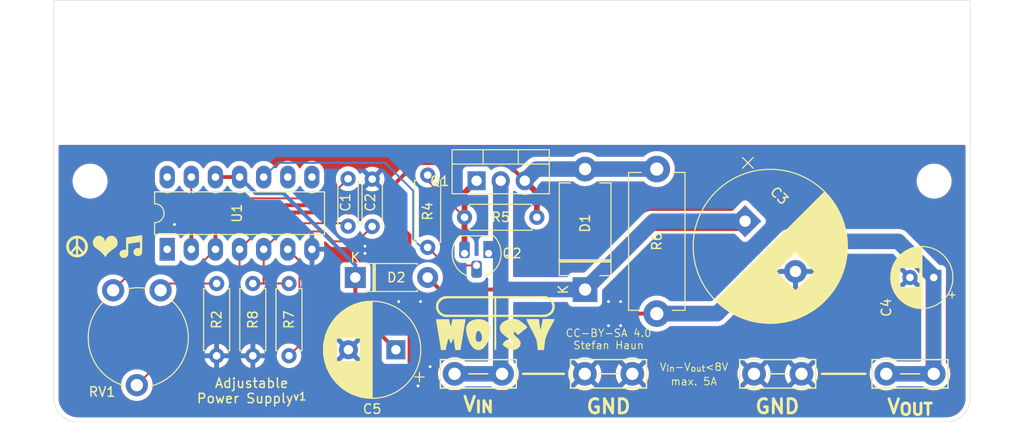
<source format=kicad_pcb>
(kicad_pcb (version 20240108) (generator "pcbnew") (generator_version "8.0")
  (layers (0 "F.Cu" signal) (31 "B.Cu" signal) (34 "B.Paste" user) (35 "F.Paste" user) (36 "B.SilkS" user "B.Silkscreen") (37 "F.SilkS" user "F.Silkscreen") (38 "B.Mask" user) (39 "F.Mask" user) (44 "Edge.Cuts" user))
  (net 0 "")
  (net 1 "Net-(U1--)")
  (net 2 "GND")
  (net 3 "Net-(U1-FC)")
  (net 4 "Net-(U1-+)")
  (net 5 "V_{in}")
  (net 6 "Net-(D2-K)")
  (net 7 "Net-(D1-A)")
  (net 8 "Net-(Q1-B)")
  (net 9 "Net-(Q2-B)")
  (net 10 "Net-(R2-Pad1)")
  (net 11 "V_{out}")
  (net 16 "Net-(U1-VREF)")
  (footprint "Capacitor_THT:CP_Radial_D16.0mm_P7.50mm" (layer "F.Cu") (at 174.401699 74.071699 -45)
    (property "Reference" "C3")
    (property "Value" "2200u")
  )
  (footprint "Capacitor_THT:CP_Radial_D6.3mm_P2.50mm" (layer "F.Cu") (at 194.27 80.01 180)
    (property "Reference" "C4")
    (property "Value" "22u")
  )
  (footprint "moPsy:Connector FS-P475" (layer "F.Cu") (at 160.02 90.17 180)
    (property "Reference" "J2" (hide yes))
    (property "Value" "Conn_01x01_Pin")
  )
  (footprint "Diode_THT:D_DO-41_SOD81_P7.62mm_Horizontal" (layer "F.Cu") (at 133.35 80.01)
    (property "Reference" "D2")
    (property "Value" "1N4001")
  )
  (footprint "Package_TO_SOT_THT:TO-92_HandSolder" (layer "F.Cu") (at 147.39 77.47 180)
    (property "Reference" "Q2")
    (property "Value" "BC337")
  )
  (footprint "Package_TO_SOT_THT:TO-220-3_Vertical" (layer "F.Cu") (at 146.12 69.81)
    (property "Reference" "Q1")
    (property "Value" "BD201")
  )
  (footprint "Resistor_THT:R_Axial_DIN0614_L14.3mm_D5.7mm_P15.24mm_Horizontal" (layer "F.Cu") (at 165.1 68.579998 -90)
    (property "Reference" "R6")
    (property "Value" "0R12-3W")
  )
  (footprint "MountingHole:MountingHole_3.2mm_M3" (layer "F.Cu") (at 105.41 69.85)
    (property "Reference" "REF2" (hide yes))
    (property "Value" "MountingHole_3.2mm_M3")
  )
  (footprint "Capacitor_THT:C_Disc_D4.3mm_W1.9mm_P5.00mm" (layer "F.Cu") (at 135.128 74.636 90)
    (property "Reference" "C2")
    (property "Value" "C_{ref} = 1u")
  )
  (footprint "Package_DIP:DIP-14_W7.62mm_LongPads" (layer "F.Cu") (at 113.538 77.039999 90)
    (property "Reference" "U1")
    (property "Value" "LM723_DIP14")
  )
  (footprint "MountingHole:MountingHole_3.2mm_M3" (layer "F.Cu") (at 194.31 69.85)
    (property "Reference" "REF1" (hide yes))
    (property "Value" "MountingHole_3.2mm_M3")
  )
  (footprint "Capacitor_THT:C_Disc_D4.3mm_W1.9mm_P5.00mm" (layer "F.Cu") (at 132.588 69.596 -90)
    (property "Reference" "C1")
    (property "Value" "470p")
  )
  (footprint "moPsy:Connector FS-P475" (layer "F.Cu") (at 191.77 90.17)
    (property "Reference" "J4" (hide yes))
    (property "Value" "Conn_01x01_Pin")
  )
  (footprint "Resistor_THT:R_Axial_DIN0207_L6.3mm_D2.5mm_P7.62mm_Horizontal" (layer "F.Cu") (at 118.745 80.645 -90)
    (property "Reference" "R2")
    (property "Value" "1k")
  )
  (footprint "Diode_THT:D_DO-201_P12.70mm_Horizontal" (layer "F.Cu") (at 157.55 81.28 90)
    (property "Reference" "D1")
    (property "Value" "BY 500")
  )
  (footprint "Resistor_THT:R_Axial_DIN0207_L6.3mm_D2.5mm_P7.62mm_Horizontal" (layer "F.Cu") (at 140.97 76.835 90)
    (property "Reference" "R4")
    (property "Value" "1k2")
  )
  (footprint "Resistor_THT:R_Axial_DIN0207_L6.3mm_D2.5mm_P7.62mm_Horizontal" (layer "F.Cu") (at 126.365 88.265 90)
    (property "Reference" "R7")
    (property "Value" "2k7 1%")
  )
  (footprint "moPsy:Connector FS-P475" (layer "F.Cu") (at 177.84 90.17)
    (property "Reference" "J3" (hide yes))
    (property "Value" "Conn_01x01_Pin")
  )
  (footprint "Capacitor_THT:CP_Radial_D10.0mm_P5.00mm" (layer "F.Cu") (at 137.622677 87.63 180)
    (property "Reference" "C5")
    (property "Value" "220u")
  )
  (footprint "Resistor_THT:R_Axial_DIN0207_L6.3mm_D2.5mm_P7.62mm_Horizontal" (layer "F.Cu") (at 144.85 73.66)
    (property "Reference" "R5")
    (property "Value" "1k2")
  )
  (footprint "moPsy:Connector FS-P475" (layer "F.Cu") (at 146.304 90.17 180)
    (property "Reference" "J1" (hide yes))
    (property "Value" "Conn_01x01_Pin")
  )
  (footprint "Potentiometer_THT:Potentiometer_Piher_PT-10-V10_Vertical" (layer "F.Cu") (at 107.84 81.36 -90)
    (property "Reference" "RV1")
    (property "Value" "5k")
  )
  (footprint "Resistor_THT:R_Axial_DIN0207_L6.3mm_D2.5mm_P7.62mm_Horizontal" (layer "F.Cu") (at 122.555 80.645 -90)
    (property "Reference" "R8")
    (property "Value" "2k7 1%")
  )
  (gr_line (start 142.018406 82.760134) (end 142.042175 82.699672) (stroke (width 0.23771)) (layer "F.SilkS"))
  (gr_line (start 142.600325 82.166801) (end 142.663008 82.144234) (stroke (width 0.23771)) (layer "F.SilkS"))
  (gr_line (start 142.996616 84.056072) (end 142.92783 84.053895) (stroke (width 0.23771)) (layer "F.SilkS"))
  (gr_line (start 142.480501 82.223137) (end 142.539426 82.193137) (stroke (width 0.23771)) (layer "F.SilkS"))
  (gr_line (start 153.76812 82.256738) (end 153.711355 82.223177) (stroke (width 0.23771)) (layer "F.SilkS"))
  (gr_line (start 153.19524 84.056074) (end 153.264026 84.053897) (stroke (width 0.23771)) (layer "F.SilkS"))
  (gr_poly (pts (xy 153.110908 84.090547) (xy 143.081348 84.090547) (xy 143.081348 84.021604) (xy 153.110908 84.021604)) (stroke (width 0.16876)) (fill solid) (layer "F.SilkS"))
  (gr_line (start 142.539426 82.193137) (end 142.600325 82.166801) (stroke (width 0.23771)) (layer "F.SilkS"))
  (gr_line (start 141.998959 82.821629) (end 142.018406 82.760134) (stroke (width 0.23771)) (layer "F.SilkS"))
  (gr_line (start 153.822536 82.293757) (end 153.76812 82.256738) (stroke (width 0.23771)) (layer "F.SilkS"))
  (gr_line (start 154.22531 83.137387) (end 154.227471 83.073827) (stroke (width 0.23771)) (layer "F.SilkS"))
  (gr_line (start 142.927829 82.093714) (end 142.962129 82.092083) (stroke (width 0.23771)) (layer "F.SilkS"))
  (gr_line (start 104.680116 77.424986) (end 104.028886 76.657698) (stroke (width 0.224999)) (layer "F.SilkS"))
  (gr_line (start 153.652429 83.954477) (end 153.711355 83.924477) (stroke (width 0.23771)) (layer "F.SilkS"))
  (gr_line (start 153.398878 82.110862) (end 153.365564 82.105024) (stroke (width 0.23771)) (layer "F.SilkS"))
  (gr_line (start 154.149681 82.6997) (end 154.12159 82.640479) (stroke (width 0.23771)) (layer "F.SilkS"))
  (gr_line (start 142.244789 82.400719) (end 142.268286 82.377719) (stroke (width 0.23771)) (layer "F.SilkS"))
  (gr_line (start 153.331969 82.100219) (end 153.298115 82.096459) (stroke (width 0.23771)) (layer "F.SilkS"))
  (gr_line (start 103.395475 77.430107) (end 104.050636 76.658186) (stroke (width 0.224999)) (layer "F.SilkS"))
  (gr_line (start 153.431887 82.117718) (end 153.398878 82.110862) (stroke (width 0.23771)) (layer "F.SilkS"))
  (gr_line (start 154.17345 82.76016) (end 154.149681 82.6997) (stroke (width 0.23771)) (layer "F.SilkS"))
  (gr_line (start 153.874415 82.33413) (end 153.848805 82.313531) (stroke (width 0.23771)) (layer "F.SilkS"))
  (gr_line (start 153.298115 82.096459) (end 153.264026 82.093758) (stroke (width 0.23771)) (layer "F.SilkS"))
  (gr_line (start 142.070266 83.507162) (end 142.042175 83.44794) (stroke (width 0.23771)) (layer "F.SilkS"))
  (gr_line (start 154.149681 83.447955) (end 154.17345 83.387494) (stroke (width 0.23771)) (layer "F.SilkS"))
  (gr_line (start 154.071437 82.554557) (end 154.052803 82.527106) (stroke (width 0.23771)) (layer "F.SilkS"))
  (gr_line (start 142.859887 82.100175) (end 142.893741 82.096415) (stroke (width 0.23771)) (layer "F.SilkS"))
  (gr_line (start 153.652429 82.193178) (end 153.59153 82.166844) (stroke (width 0.23771)) (layer "F.SilkS"))
  (gr_line (start 182.499 90.17) (end 187.071 90.17) (stroke (width 0.25)) (layer "F.SilkS"))
  (gr_line (start 154.192898 83.326001) (end 154.208024 83.26368) (stroke (width 0.23771)) (layer "F.SilkS"))
  (gr_poly (pts (xy 146.38398 84.407574) (xy 146.448455 84.41053) (xy 146.511586 84.415456) (xy 146.573373 84.422352) (xy 146.633817 84.431218) (xy 146.692918 84.442055) (xy 146.750675 84.454862) (xy 146.807089 84.469639) (xy 146.862159 84.486387) (xy 146.915886 84.505104) (xy 146.96827 84.525793) (xy 147.01931 84.548451) (xy 147.069007 84.57308) (xy 147.11736 84.599679) (xy 147.16437 84.628249) (xy 147.210037 84.658788) (xy 147.260289 84.69549) (xy 147.307299 84.733947) (xy 147.351067 84.774159) (xy 147.391593 84.816127) (xy 147.428877 84.859851) (xy 147.462919 84.905329) (xy 147.493719 84.952563) (xy 147.521276 85.001553) (xy 147.545592 85.052297) (xy 147.566665 85.104798) (xy 147.584497 85.159053) (xy 147.599086 85.215064) (xy 147.610433 85.27283) (xy 147.618539 85.332352) (xy 147.623402 85.393629) (xy 147.625023 85.456661) (xy 147.625022 85.456659) (xy 147.624484 85.495421) (xy 147.622872 85.536046) (xy 147.620185 85.578533) (xy 147.616424 85.622883) (xy 147.611588 85.669096) (xy 147.605677 85.717171) (xy 147.598691 85.767109) (xy 147.590631 85.81891) (xy 147.573355 85.917659) (xy 147.554198 86.014438) (xy 147.53316 86.109246) (xy 147.510242 86.202084) (xy 147.485442 86.292952) (xy 147.458762 86.38185) (xy 147.430202 86.468777) (xy 147.39976 86.553733) (xy 147.367438 86.63672) (xy 147.333235 86.717736) (xy 147.297151 86.796782) (xy 147.259187 86.873857) (xy 147.219342 86.948962) (xy 147.177616 87.022096) (xy 147.134009 87.09326) (xy 147.088522 87.162454) (xy 147.046017 87.223257) (xy 147.002759 87.280136) (xy 146.958749 87.333093) (xy 146.913987 87.382127) (xy 146.868473 87.427239) (xy 146.822206 87.468427) (xy 146.775187 87.505693) (xy 146.727416 87.539036) (xy 146.678892 87.568457) (xy 146.629616 87.593955) (xy 146.579588 87.61553) (xy 146.528808 87.633182) (xy 146.477275 87.646911) (xy 146.42499 87.656718) (xy 146.371952 87.662602) (xy 146.318163 87.664564) (xy 146.262421 87.662495) (xy 146.207538 87.656288) (xy 146.153516 87.645944) (xy 146.100353 87.631462) (xy 146.04805 87.612843) (xy 145.996606 87.590086) (xy 145.946023 87.563191) (xy 145.896299 87.532158) (xy 145.847435 87.496988) (xy 145.799431 87.45768) (xy 145.752286 87.414234) (xy 145.706002 87.366651) (xy 145.660577 87.31493) (xy 145.616012 87.259071) (xy 145.572306 87.199075) (xy 145.529461 87.134941) (xy 145.471211 87.038073) (xy 145.415684 86.935473) (xy 145.362879 86.827142) (xy 145.312797 86.713079) (xy 145.265438 86.593283) (xy 145.220801 86.467756) (xy 145.188566 86.366807) (xy 146.025947 86.366807) (xy 146.026368 86.391077) (xy 146.027415 86.414739) (xy 146.02909 86.437792) (xy 146.031392 86.460236) (xy 146.03432 86.48207) (xy 146.037876 86.503296) (xy 146.042059 86.523913) (xy 146.046868 86.54392) (xy 146.052304 86.563319) (xy 146.058368 86.582109) (xy 146.065058 86.60029) (xy 146.072375 86.617861) (xy 146.080319 86.634824) (xy 146.08889 86.651178) (xy 146.099933 86.669727) (xy 146.111853 86.686968) (xy 146.124651 86.702902) (xy 146.138327 86.717528) (xy 146.15288 86.730846) (xy 146.168311 86.742856) (xy 146.18462 86.753559) (xy 146.201807 86.762954) (xy 146.219871 86.771041) (xy 146.238813 86.77782) (xy 146.258632 86.783292) (xy 146.27933 86.787456) (xy 146.300905 86.790312) (xy 146.323358 86.791861) (xy 146.346688 86.792101) (xy 146.370896 86.791034) (xy 146.408932 86.787201) (xy 146.42703 86.784129) (xy 146.444514 86.780287) (xy 146.461385 86.775675) (xy 146.477643 86.770292) (xy 146.493286 86.764139) (xy 146.508317 86.757216) (xy 146.522734 86.749523) (xy 146.536537 86.74106) (xy 146.549727 86.731826) (xy 146.562303 86.721822) (xy 146.574266 86.711048) (xy 146.585616 86.699504) (xy 146.596352 86.687189) (xy 146.606474 86.674105) (xy 146.615983 86.66025) (xy 146.624879 86.645624) (xy 146.633161 86.630229) (xy 146.640829 86.614064) (xy 146.647884 86.597128) (xy 146.654326 86.579422) (xy 146.665369 86.541699) (xy 146.673958 86.500896) (xy 146.680092 86.457011) (xy 146.683773 86.410046) (xy 146.685 86.36) (xy 146.684651 86.333894) (xy 146.683603 86.307733) (xy 146.681857 86.281519) (xy 146.679412 86.255251) (xy 146.676268 86.22893) (xy 146.672426 86.202554) (xy 146.667885 86.176125) (xy 146.662646 86.149642) (xy 146.656708 86.123106) (xy 146.650072 86.096515) (xy 146.642737 86.069871) (xy 146.634704 86.043173) (xy 146.625971 86.016421) (xy 146.616541 85.989616) (xy 146.606412 85.962757) (xy 146.595584 85.935844) (xy 146.581317 85.90225) (xy 146.566602 85.870824) (xy 146.55144 85.841565) (xy 146.535829 85.814473) (xy 146.519771 85.789549) (xy 146.503265 85.766791) (xy 146.494844 85.756226) (xy 146.486311 85.746202) (xy 146.477667 85.73672) (xy 146.46891 85.727779) (xy 146.460041 85.719381) (xy 146.451061 85.711524) (xy 146.441968 85.704209) (xy 146.432763 85.697436) (xy 146.423447 85.691205) (xy 146.414018 85.685516) (xy 146.404478 85.680368) (xy 146.394826 85.675763) (xy 146.385061 85.671699) (xy 146.375185 85.668177) (xy 146.365197 85.665197) (xy 146.355097 85.662759) (xy 146.344885 85.660862) (xy 146.33456 85.659508) (xy 146.324124 85.658695) (xy 146.313577 85.658424) (xy 146.300197 85.659051) (xy 146.286996 85.660932) (xy 146.273974 85.664066) (xy 146.261131 85.668454) (xy 146.248467 85.674097) (xy 146.235983 85.680993) (xy 146.223677 85.689142) (xy 146.211551 85.698546) (xy 146.199603 85.709204) (xy 146.187835 85.721115) (xy 146.176246 85.73428) (xy 146.164836 85.748699) (xy 146.153605 85.764372) (xy 146.142554 85.781299) (xy 146.131681 85.79948) (xy 146.120988 85.818914) (xy 146.114181 85.834103) (xy 146.107518 85.851012) (xy 146.100998 85.869641) (xy 146.094621 85.889989) (xy 146.088388 85.912056) (xy 146.082298 85.935844) (xy 146.076351 85.96135) (xy 146.070547 85.988577) (xy 146.06134 86.035828) (xy 146.053208 86.081289) (xy 146.046151 86.124959) (xy 146.040169 86.166838) (xy 146.035261 86.206925) (xy 146.031428 86.245221) (xy 146.02867 86.281725) (xy 146.026986 86.316438) (xy 146.026153 86.341927) (xy 146.025947 86.366807) (xy 145.188566 86.366807) (xy 145.178887 86.336497) (xy 145.139696 86.199506) (xy 145.111216 86.089097) (xy 145.086533 85.983703) (xy 145.065648 85.883325) (xy 145.04856 85.787961) (xy 145.035269 85.697613) (xy 145.025775 85.61228) (xy 145.020079 85.531962) (xy 145.018655 85.493683) (xy 145.018181 85.456659) (xy 145.019999 85.38974) (xy 145.022271 85.357033) (xy 145.025453 85.324827) (xy 145.029544 85.293123) (xy 145.034543 85.26192) (xy 145.040452 85.231219) (xy 145.04727 85.201019) (xy 145.054997 85.171321) (xy 145.063632 85.142125) (xy 145.073177 85.11343) (xy 145.083631 85.085236) (xy 145.094994 85.057544) (xy 145.107266 85.030354) (xy 145.120447 85.003665) (xy 145.134537 84.977478) (xy 145.149536 84.951792) (xy 145.165444 84.926608) (xy 145.182261 84.901925) (xy 145.199987 84.877744) (xy 145.218623 84.854064) (xy 145.238167 84.830886) (xy 145.25862 84.80821) (xy 145.279982 84.786035) (xy 145.302254 84.764361) (xy 145.325434 84.743189) (xy 145.349524 84.722519) (xy 145.374522 84.70235) (xy 145.40043 84.682682) (xy 145.427246 84.663517) (xy 145.483606 84.62669) (xy 145.528512 84.600037) (xy 145.574384 84.575103) (xy 145.621224 84.55189) (xy 145.669032 84.530395) (xy 145.717806 84.510621) (xy 145.767548 84.492566) (xy 145.818257 84.47623) (xy 145.869933 84.461614) (xy 145.922576 84.448718) (xy 145.976187 84.437541) (xy 146.030765 84.428083) (xy 146.08631 84.420345) (xy 146.142822 84.414327) (xy 146.200302 84.410028) (xy 146.258749 84.407449) (xy 146.318163 84.406589)) (stroke (width -0.000001)) (fill solid) (layer "F.SilkS"))
  (gr_line (start 141.966546 83.010246) (end 141.973029 82.946892) (stroke (width 0.23771)) (layer "F.SilkS"))
  (gr_line (start 104.036334 75.839424) (end 104.046279 77.666459) (stroke (width 0.224999)) (layer "F.SilkS"))
  (gr_poly (pts (xy 150.003376 84.374923) (xy 150.045075 84.37624) (xy 150.085915 84.378434) (xy 150.125894 84.381506) (xy 150.165014 84.385456) (xy 150.203274 84.390283) (xy 150.240674 84.395988) (xy 150.277215 84.40257) (xy 150.312896 84.41003) (xy 150.347717 84.418368) (xy 150.381678 84.427584) (xy 150.414779 84.437677) (xy 150.447021 84.448648) (xy 150.478403 84.460497) (xy 150.508925 84.473223) (xy 150.538587 84.486827) (xy 150.557171 84.496222) (xy 150.577384 84.507211) (xy 150.599228 84.519794) (xy 150.622701 84.533972) (xy 150.674539 84.567109) (xy 150.732896 84.606623) (xy 150.797773 84.652514) (xy 150.86917 84.704781) (xy 150.947088 84.763426) (xy 151.031524 84.828447) (xy 151.130936 84.907726) (xy 151.175671 84.94492) (xy 151.217093 84.980485) (xy 151.255201 85.014419) (xy 151.289995 85.046723) (xy 151.321475 85.077398) (xy 151.349642 85.106442) (xy 151.374495 85.133856) (xy 151.396034 85.15964) (xy 151.414259 85.183795) (xy 151.429171 85.206319) (xy 151.440769 85.227213) (xy 151.449053 85.246478) (xy 151.454024 85.264112) (xy 151.455681 85.280117) (xy 151.455609 85.282947) (xy 151.455394 85.285705) (xy 151.455036 85.288392) (xy 151.454534 85.291008) (xy 151.45389 85.293551) (xy 151.453102 85.296023) (xy 151.45217 85.298423) (xy 151.451096 85.300752) (xy 151.449878 85.303009) (xy 151.448517 85.305194) (xy 151.447012 85.307308) (xy 151.445364 85.30935) (xy 151.443573 85.31132) (xy 151.441639 85.313218) (xy 151.439561 85.315045) (xy 151.437341 85.316801) (xy 151.391629 85.347215) (xy 151.341619 85.382287) (xy 151.287309 85.422016) (xy 151.228701 85.466402) (xy 151.165795 85.515445) (xy 151.098589 85.569145) (xy 151.027084 85.627503) (xy 150.95128 85.690517) (xy 150.805978 85.811602) (xy 150.74042 85.864944) (xy 150.679591 85.913486) (xy 150.623491 85.957227) (xy 150.57212 85.996168) (xy 150.525477 86.030308) (xy 150.483562 86.059648) (xy 150.48356 86.059648) (xy 150.482396 86.060202) (xy 150.481196 86.06072) (xy 150.47996 86.061203) (xy 150.478688 86.06165) (xy 150.47738 86.062061) (xy 150.476037 86.062436) (xy 150.474657 86.062776) (xy 150.473242 86.06308) (xy 150.471791 86.063348) (xy 150.470304 86.06358) (xy 150.468782 86.063777) (xy 150.467224 86.063938) (xy 150.465629 86.064063) (xy 150.463999 86.064152) (xy 150.462334 86.064206) (xy 150.460632 86.064224) (xy 150.45924 86.064067) (xy 150.457641 86.063597) (xy 150.455836 86.062813) (xy 150.453826 86.061716) (xy 150.451609 86.060306) (xy 150.449187 86.058582) (xy 150.443724 86.054193) (xy 150.437436 86.048551) (xy 150.430325 86.041655) (xy 150.42239 86.033505) (xy 150.413631 86.024101) (xy 150.404049 86.013444) (xy 150.393642 86.001532) (xy 150.382411 85.988367) (xy 150.370356 85.973948) (xy 150.357478 85.958275) (xy 150.343775 85.941349) (xy 150.329248 85.923168) (xy 150.313898 85.903734) (xy 150.283734 85.865582) (xy 150.256293 85.832517) (xy 150.243594 85.817892) (xy 150.231575 85.804539) (xy 150.220236 85.792457) (xy 150.209579 85.781647) (xy 150.199602 85.772109) (xy 150.190305 85.763843) (xy 150.18169 85.756848) (xy 150.173754 85.751125) (xy 150.1665 85.746674) (xy 150.159926 85.743495) (xy 150.154033 85.741587) (xy 150.148821 85.740951) (xy 150.146528 85.741005) (xy 150.144236 85.741166) (xy 150.141943 85.741435) (xy 150.139651 85.741811) (xy 150.137358 85.742294) (xy 150.135066 85.742885) (xy 150.132773 85.743583) (xy 150.13048 85.744388) (xy 150.128187 85.745301) (xy 150.125895 85.746322) (xy 150.123602 85.74745) (xy 150.121309 85.748685) (xy 150.119016 85.750027) (xy 150.116723 85.751477) (xy 150.114431 85.753035) (xy 150.112138 85.754699) (xy 150.102976 85.763342) (xy 150.094405 85.772074) (xy 150.086425 85.780896) (xy 150.079036 85.789807) (xy 150.072238 85.798808) (xy 150.066032 85.807898) (xy 150.060416 85.817078) (xy 150.055392 85.826348) (xy 150.050959 85.835707) (xy 150.047117 85.845155) (xy 150.043866 85.854694) (xy 150.041206 85.864321) (xy 150.039137 85.874039) (xy 150.037659 85.883846) (xy 150.036772 85.893742) (xy 150.036477 85.903728) (xy 150.036703 85.910848) (xy 150.037381 85.918165) (xy 150.038512 85.925679) (xy 150.040095 85.93339) (xy 150.04213 85.941298) (xy 150.044618 85.949403) (xy 150.05095 85.966204) (xy 150.059091 85.983794) (xy 150.069041 86.002171) (xy 150.0808 86.021337) (xy 150.094368 86.041291) (xy 150.109746 86.062034) (xy 150.126932 86.083564) (xy 150.145928 86.105882) (xy 150.166733 86.128989) (xy 150.189347 86.152884) (xy 150.21377 86.177567) (xy 150.240002 86.203038) (xy 150.268043 86.229297) (xy 150.591319 86.529646) (xy 150.611864 86.554812) (xy 150.631084 86.57987) (xy 150.648978 86.604822) (xy 150.665546 86.629666) (xy 150.680789 86.654402) (xy 150.694707 86.679031) (xy 150.707299 86.703552) (xy 150.718566 86.727966) (xy 150.728507 86.752273) (xy 150.737123 86.776472) (xy 150.744413 86.800564) (xy 150.750378 86.824549) (xy 150.755017 86.848426) (xy 150.75833 86.872195) (xy 150.760319 86.895857) (xy 150.760981 86.919412) (xy 150.75962 86.966055) (xy 150.755536 87.011408) (xy 150.748729 87.055472) (xy 150.7392 87.098246) (xy 150.726948 87.13973) (xy 150.711974 87.179925) (xy 150.694277 87.21883) (xy 150.673857 87.256445) (xy 150.650715 87.29277) (xy 150.62485 87.327806) (xy 150.596262 87.361552) (xy 150.564952 87.394009) (xy 150.530919 87.425176) (xy 150.494164 87.455053) (xy 150.454686 87.483641) (xy 150.412485 87.510938) (xy 150.380987 87.52954) (xy 150.349543 87.546941) (xy 150.318152 87.563142) (xy 150.286815 87.578144) (xy 150.255532 87.591945) (xy 150.224302 87.604546) (xy 150.193126 87.615947) (xy 150.162004 87.626148) (xy 150.130936 87.635149) (xy 150.099921 87.64295) (xy 150.06896 87.649551) (xy 150.038053 87.654951) (xy 150.0072 87.659152) (xy 149.9764 87.662152) (xy 149.945654 87.663952) (xy 149.914962 87.664552) (xy 149.885389 87.663836) (xy 149.855136 87.661686) (xy 149.824202 87.658104) (xy 149.792587 87.653089) (xy 149.760292 87.64664) (xy 149.727316 87.638759) (xy 149.693659 87.629445) (xy 149.659322 87.618697) (xy 149.624304 87.606517) (xy 149.588605 87.592904) (xy 149.552226 87.577858) (xy 149.515166 87.561378) (xy 149.477425 87.543466) (xy 149.439004 87.524121) (xy 149.399902 87.503343) (xy 149.36012 87.481132) (xy 149.293559 87.441977) (xy 149.229147 87.401317) (xy 149.166885 87.359152) (xy 149.106772 87.315482) (xy 149.048809 87.270308) (xy 148.992995 87.22363) (xy 148.939331 87.175446) (xy 148.887816 87.125759) (xy 148.885872 87.123996) (xy 148.884054 87.122143) (xy 148.882362 87.1202) (xy 148.880794 87.118168) (xy 148.879352 87.116046) (xy 148.878036 87.113834) (xy 148.876845 87.111533) (xy 148.875779 87.109142) (xy 148.874839 87.106661) (xy 148.874024 87.104091) (xy 148.873334 87.10143) (xy 148.87277 87.098681) (xy 148.872331 87.095841) (xy 148.872018 87.092912) (xy 148.87183 87.089893) (xy 148.871767 87.086784) (xy 148.872501 87.071854) (xy 148.874704 87.056297) (xy 148.878376 87.040114) (xy 148.883517 87.023303) (xy 148.890127 87.005866) (xy 148.898205 86.987802) (xy 148.907752 86.96911) (xy 148.918768 86.949793) (xy 148.931253 86.929848) (xy 148.945206 86.909276) (xy 148.960628 86.888077) (xy 148.977519 86.866251) (xy 148.995879 86.843798) (xy 149.015708 86.820719) (xy 149.037005 86.797012) (xy 149.059771 86.772678) (xy 149.082976 86.748801) (xy 149.10559 86.726465) (xy 149.127613 86.705669) (xy 149.149045 86.686414) (xy 149.169885 86.668699) (xy 149.190135 86.652525) (xy 149.209793 86.637891) (xy 149.22886 86.624797) (xy 149.247337 86.613244) (xy 149.265222 86.603231) (xy 149.282516 86.594759) (xy 149.299219 86.587827) (xy 149.315331 86.582436) (xy 149.330851 86.578585) (xy 149.345781 86.576274) (xy 149.36012 86.575504) (xy 149.36183 86.575522) (xy 149.363523 86.575576) (xy 149.365198 86.575665) (xy 149.366855 86.575791) (xy 149.368494 86.575953) (xy 149.370115 86.57615) (xy 149.371718 86.576383) (xy 149.373303 86.576653) (xy 149.374871 86.576958) (xy 149.37642 86.577299) (xy 149.377951 86.577676) (xy 149.379465 86.578089) (xy 149.38096 86.578537) (xy 149.382438 86.579022) (xy 149.383898 86.579542) (xy 149.38534 86.580099) (xy 149.676517 86.820835) (xy 149.725739 86.860062) (xy 149.770232 86.894059) (xy 149.809997 86.922825) (xy 149.845033 86.946361) (xy 149.860777 86.956168) (xy 149.87534 86.964667) (xy 149.88872 86.971858) (xy 149.900918 86.977742) (xy 149.911934 86.982319) (xy 149.921768 86.985588) (xy 149.93042 86.987549) (xy 149.937889 86.988203) (xy 149.939029 86.988171) (xy 149.940155 86.988077) (xy 149.941268 86.987921) (xy 149.942367 86.987701) (xy 149.943453 86.987419) (xy 149.944525 86.987074) (xy 149.945584 86.986666) (xy 149.94663 86.986196) (xy 149.947662 86.985663) (xy 149.948681 86.985068) (xy 149.949686 86.984409) (xy 149.950678 86.983688) (xy 149.951656 86.982904) (xy 149.952621 86.982058) (xy 149.953573 86.981149) (xy 149.954511 86.980177) (xy 149.955436 86.979143) (xy 149.956347 86.978045) (xy 149.957245 86.976886) (xy 149.958129 86.975663) (xy 149.959 86.974378) (xy 149.959858 86.97303) (xy 149.961533 86.970146) (xy 149.963154 86.967012) (xy 149.964721 86.963626) (xy 149.966235 86.95999) (xy 149.967695 86.956104) (xy 149.951771 86.929406) (xy 149.933806 86.902045) (xy 149.913798 86.874021) (xy 149.891748 86.845335) (xy 149.867657 86.815987) (xy 149.841523 86.785975) (xy 149.813347 86.755301) (xy 149.78313 86.723964) (xy 149.75087 86.691964) (xy 149.716569 86.659302) (xy 149.680225 86.625977) (xy 149.64184 86.591989) (xy 149.601412 86.557338) (xy 149.558943 86.522024) (xy 149.514431 86.486048) (xy 149.467878 86.449409) (xy 149.240037 86.270719) (xy 149.06321 86.129) (xy 148.937396 86.02425) (xy 148.893619 85.98574) (xy 148.862596 85.956472) (xy 148.826781 85.91952) (xy 148.793276 85.882603) (xy 148.762083 85.845723) (xy 148.7332 85.808878) (xy 148.706627 85.772069) (xy 148.682366 85.735296) (xy 148.660414 85.698558) (xy 148.640774 85.661857) (xy 148.623444 85.625191) (xy 148.608425 85.588561) (xy 148.595716 85.551967) (xy 148.585318 85.515409) (xy 148.577231 85.478886) (xy 148.571455 85.442399) (xy 148.567989 85.405948) (xy 148.566833 85.369533) (xy 148.569036 85.305713) (xy 148.575646 85.243791) (xy 148.586662 85.183767) (xy 148.602084 85.125643) (xy 148.621913 85.069417) (xy 148.646148 85.01509) (xy 148.674789 84.962661) (xy 148.707836 84.912131) (xy 148.74529 84.8635) (xy 148.787151 84.816767) (xy 148.833417 84.771934) (xy 148.88409 84.728998) (xy 148.93917 84.687962) (xy 148.998656 84.648824) (xy 149.062548 84.611585) (xy 149.130846 84.576244) (xy 149.181913 84.551812) (xy 149.233088 84.528957) (xy 149.28437 84.507677) (xy 149.335759 84.487974) (xy 149.387256 84.469847) (xy 149.438861 84.453297) (xy 149.490573 84.438323) (xy 149.542392 84.424924) (xy 149.594319 84.413103) (xy 149.646354 84.402857) (xy 149.698495 84.394188) (xy 149.750745 84.387095) (xy 149.803102 84.381578) (xy 149.855566 84.377637) (xy 149.908138 84.375273) (xy 149.960817 84.374485)) (stroke (width -0.000001)) (fill solid) (layer "F.SilkS"))
  (gr_line (start 154.208024 83.26368) (end 154.218828 83.20074) (stroke (width 0.23771)) (layer "F.SilkS"))
  (gr_line (start 153.711355 82.223177) (end 153.652429 82.193178) (stroke (width 0.23771)) (layer "F.SilkS"))
  (gr_line (start 142.268286 83.769891) (end 142.222045 83.723117) (stroke (width 0.23771)) (layer "F.SilkS"))
  (gr_line (start 153.92357 83.7699) (end 153.969811 83.723126) (stroke (width 0.23771)) (layer "F.SilkS"))
  (gr_line (start 153.874415 83.813525) (end 153.92357 83.7699) (stroke (width 0.23771)) (layer "F.SilkS"))
  (gr_line (start 142.423736 83.890911) (end 142.36932 83.853891) (stroke (width 0.23771)) (layer "F.SilkS"))
  (gr_line (start 142.042175 82.699672) (end 142.070266 82.64045) (stroke (width 0.23771)) (layer "F.SilkS"))
  (gr_line (start 142.200075 82.449029) (end 142.222044 82.424493) (stroke (width 0.23771)) (layer "F.SilkS"))
  (gr_line (start 153.59153 83.980811) (end 153.652429 83.954477) (stroke (width 0.23771)) (layer "F.SilkS"))
  (gr_line (start 141.966546 83.137368) (end 141.964386 83.073807) (stroke (width 0.23771)) (layer "F.SilkS"))
  (gr_line (start 142.859887 84.047433) (end 142.792978 84.03679) (stroke (width 0.23771)) (layer "F.SilkS"))
  (gr_line (start 142.893741 82.096415) (end 142.927829 82.093714) (stroke (width 0.23771)) (layer "F.SilkS"))
  (gr_line (start 153.464567 84.022073) (end 153.528847 84.003378) (stroke (width 0.23771)) (layer "F.SilkS"))
  (gr_line (start 142.222044 82.424493) (end 142.244789 82.400719) (stroke (width 0.23771)) (layer "F.SilkS"))
  (gr_poly (pts (xy 143.189664 84.411284) (xy 143.191294 84.411418) (xy 143.192888 84.411606) (xy 143.194446 84.411848) (xy 143.195969 84.412144) (xy 143.197456 84.412493) (xy 143.198906 84.412896) (xy 143.200321 84.413353) (xy 143.201701 84.413863) (xy 143.203044 84.414427) (xy 143.204351 84.415045) (xy 143.205623 84.415717) (xy 143.206859 84.416442) (xy 143.208059 84.417222) (xy 143.209223 84.418054) (xy 143.210352 84.418941) (xy 143.211445 84.419882) (xy 143.212501 84.420876) (xy 143.213522 84.421924) (xy 143.214508 84.423025) (xy 143.215457 84.42418) (xy 143.21637 84.42539) (xy 143.217248 84.426652) (xy 143.21809 84.427969) (xy 143.218896 84.429339) (xy 143.219666 84.430763) (xy 143.220401 84.432241) (xy 143.221762 84.435358) (xy 143.22298 84.43869) (xy 143.254219 84.580409) (xy 143.295201 84.74649) (xy 143.345928 84.936931) (xy 143.4064 85.151733) (xy 143.418902 85.119491) (xy 143.43119 85.083523) (xy 143.443262 85.04383) (xy 143.45512 85.000411) (xy 143.466763 84.953266) (xy 143.47819 84.902396) (xy 143.489403 84.8478) (xy 143.500401 84.789478) (xy 143.511758 84.730835) (xy 143.522899 84.676419) (xy 143.533825 84.626229) (xy 143.544536 84.580267) (xy 143.555033 84.538532) (xy 143.565314 84.501024) (xy 143.575381 84.467744) (xy 143.585232 84.43869) (xy 143.585895 84.435358) (xy 143.586737 84.432241) (xy 143.587225 84.430763) (xy 143.587758 84.429339) (xy 143.588335 84.427969) (xy 143.588958 84.426652) (xy 143.589625 84.42539) (xy 143.590337 84.42418) (xy 143.591094 84.423025) (xy 143.591895 84.421924) (xy 143.592742 84.420876) (xy 143.593633 84.419882) (xy 143.594569 84.418941) (xy 143.59555 84.418054) (xy 143.596575 84.417222) (xy 143.597645 84.416442) (xy 143.59876 84.415717) (xy 143.59992 84.415045) (xy 143.601125 84.414427) (xy 143.602374 84.413863) (xy 143.603668 84.413353) (xy 143.605007 84.412896) (xy 143.606391 84.412493) (xy 143.607819 84.412144) (xy 143.609293 84.411848) (xy 143.610811 84.411606) (xy 143.613981 84.411284) (xy 143.617331 84.411176) (xy 144.917311 84.411176) (xy 144.920547 84.411226) (xy 144.923661 84.411373) (xy 144.926655 84.41162) (xy 144.929527 84.411964) (xy 144.932279 84.412408) (xy 144.93491 84.41295) (xy 144.93742 84.41359) (xy 144.939809 84.414329) (xy 144.942077 84.415166) (xy 144.944224 84.416102) (xy 144.946251 84.417136) (xy 144.948156 84.418269) (xy 144.94994 84.419501) (xy 144.951604 84.420831) (xy 144.953147 84.422259) (xy 144.954568 84.423786) (xy 144.955869 84.425412) (xy 144.957049 84.427136) (xy 144.958108 84.428958) (xy 144.959046 84.430879) (xy 144.959864 84.432899) (xy 144.96056 84.435017) (xy 144.961135 84.437234) (xy 144.96159 84.439549) (xy 144.961924 84.441962) (xy 144.962136 84.444474) (xy 144.962228 84.447085) (xy 144.962199 84.449794) (xy 144.962049 84.452602) (xy 144.961778 84.455508) (xy 144.961386 84.458513) (xy 144.960873 84.461616) (xy 144.438129 87.625591) (xy 144.437449 87.630311) (xy 144.437028 87.632556) (xy 144.436553 87.634726) (xy 144.436025 87.636819) (xy 144.435443 87.638837) (xy 144.434807 87.640778) (xy 144.434117 87.642643) (xy 144.433374 87.644432) (xy 144.432577 87.646145) (xy 144.431726 87.647782) (xy 144.430821 87.649343) (xy 144.429863 87.650827) (xy 144.428851 87.652236) (xy 144.427785 87.653568) (xy 144.426666 87.654824) (xy 144.425493 87.656004) (xy 144.424266 87.657108) (xy 144.422985 87.658136) (xy 144.421651 87.659088) (xy 144.420262 87.659963) (xy 144.41882 87.660763) (xy 144.417325 87.661486) (xy 144.415775 87.662133) (xy 144.414172 87.662704) (xy 144.412515 87.663199) (xy 144.410805 87.663618) (xy 144.40904 87.66396) (xy 144.407222 87.664227) (xy 144.405351 87.664417) (xy 144.403425 87.664531) (xy 144.401446 87.664569) (xy 143.931435 87.664569) (xy 143.92299 87.66345) (xy 143.914849 87.660091) (xy 143.907012 87.654494) (xy 143.89948 87.646657) (xy 143.892253 87.636582) (xy 143.88533 87.624267) (xy 143.878712 87.609714) (xy 143.872398 87.592921) (xy 143.866388 87.57389) (xy 143.860683 87.552619) (xy 143.855283 87.529109) (xy 143.850187 87.503361) (xy 143.845395 87.475373) (xy 143.840908 87.445147) (xy 143.832848 87.377977) (xy 143.823391 87.281538) (xy 143.81336 87.193984) (xy 143.80813 87.153539) (xy 143.802756 87.115315) (xy 143.797239 87.079312) (xy 143.791579 87.04553) (xy 143.679235 86.419611) (xy 143.456838 86.935476) (xy 143.455083 86.939641) (xy 143.453256 86.943537) (xy 143.451358 86.947164) (xy 143.449388 86.950522) (xy 143.447346 86.953612) (xy 143.445232 86.956433) (xy 143.444148 86.957743) (xy 143.443047 86.958986) (xy 143.441927 86.960161) (xy 143.44079 86.96127) (xy 143.439635 86.962311) (xy 143.438461 86.963285) (xy 143.43727 86.964192) (xy 143.436061 86.965031) (xy 143.434834 86.965804) (xy 143.433589 86.966509) (xy 143.432327 86.967147) (xy 143.431046 86.967718) (xy 143.429747 86.968222) (xy 143.428431 86.968658) (xy 143.427096 86.969028) (xy 143.425744 86.96933) (xy 143.424374 86.969565) (xy 143.422985 86.969733) (xy 143.421579 86.969834) (xy 143.420155 86.969867) (xy 143.41677 86.969733) (xy 143.415118 86.969565) (xy 143.413492 86.96933) (xy 143.411894 86.969028) (xy 143.410322 86.968658) (xy 143.408777 86.968222) (xy 143.407259 86.967718) (xy 143.405768 86.967147) (xy 143.404304 86.966509) (xy 143.402866 86.965804) (xy 143.401456 86.965031) (xy 143.400072 86.964192) (xy 143.398715 86.963285) (xy 143.397385 86.962311) (xy 143.396082 86.96127) (xy 143.393557 86.958986) (xy 143.391138 86.956433) (xy 143.388828 86.953612) (xy 143.386625 86.950522) (xy 143.384529 86.947164) (xy 143.38254 86.943537) (xy 143.380659 86.939641) (xy 143.378886 86.935476) (xy 143.342346 86.842478) (xy 143.294628 86.726266) (xy 143.235733 86.586839) (xy 143.165662 86.424198) (xy 143.138471 86.509674) (xy 143.108486 86.613635) (xy 143.040134 86.877013) (xy 142.960605 87.214332) (xy 142.869899 87.625591) (xy 142.868681 87.630311) (xy 142.86732 87.634726) (xy 142.865815 87.638837) (xy 142.865009 87.640778) (xy 142.864167 87.642643) (xy 142.863289 87.644432) (xy 142.862376 87.646145) (xy 142.861427 87.647782) (xy 142.860441 87.649343) (xy 142.85942 87.650827) (xy 142.858364 87.652236) (xy 142.857271 87.653568) (xy 142.856142 87.654824) (xy 142.854978 87.656004) (xy 142.853778 87.657108) (xy 142.852542 87.658136) (xy 142.85127 87.659088) (xy 142.849963 87.659963) (xy 142.848619 87.660763) (xy 142.84724 87.661486) (xy 142.845825 87.662133) (xy 142.844374 87.662704) (xy 142.842887 87.663199) (xy 142.841365 87.663618) (xy 142.839807 87.66396) (xy 142.838212 87.664227) (xy 142.836582 87.664417) (xy 142.834917 87.664531) (xy 142.833215 87.664569) (xy 142.406766 87.664569) (xy 142.402566 87.664417) (xy 142.40054 87.664227) (xy 142.398563 87.66396) (xy 142.396635 87.663618) (xy 142.394756 87.663199) (xy 142.392927 87.662704) (xy 142.391147 87.662133) (xy 142.389417 87.661486) (xy 142.387735 87.660763) (xy 142.386103 87.659963) (xy 142.38452 87.659088) (xy 142.382986 87.658136) (xy 142.381502 87.657108) (xy 142.380067 87.656004) (xy 142.378681 87.654824) (xy 142.377344 87.653568) (xy 142.376057 87.652236) (xy 142.374818 87.650827) (xy 142.37363 87.649343) (xy 142.37249 87.647782) (xy 142.3714 87.646145) (xy 142.370358 87.644432) (xy 142.369367 87.642643) (xy 142.367531 87.638837) (xy 142.365892 87.634726) (xy 142.36445 87.630311) (xy 142.363205 87.625591) (xy 142.293276 87.164178) (xy 142.184371 86.481516) (xy 141.847339 84.461616) (xy 141.846824 84.458513) (xy 141.846425 84.455508) (xy 141.846143 84.452602) (xy 141.845978 84.449794) (xy 141.845928 84.447085) (xy 141.845996 84.444474) (xy 141.846179 84.441962) (xy 141.846479 84.439549) (xy 141.846896 84.437234) (xy 141.847429 84.435017) (xy 141.848078 84.432899) (xy 141.848844 84.430879) (xy 141.849726 84.428958) (xy 141.850724 84.427136) (xy 141.851839 84.425412) (xy 141.853071 84.423786) (xy 141.854419 84.422259) (xy 141.855883 84.420831) (xy 141.857464 84.419501) (xy 141.859161 84.418269) (xy 141.860975 84.417136) (xy 141.862905 84.416102) (xy 141.864951 84.415166) (xy 141.867114 84.414329) (xy 141.869393 84.41359) (xy 141.871789 84.41295) (xy 141.874301 84.412408) (xy 141.87693 84.411964) (xy 141.879675 84.41162) (xy 141.882536 84.411373) (xy 141.885514 84.411226) (xy 141.888608 84.411176) (xy 143.186297 84.411176)) (stroke (width -0.000001)) (fill solid) (layer "F.SilkS"))
  (gr_line (start 142.178904 83.673297) (end 142.139053 83.620537) (stroke (width 0.23771)) (layer "F.SilkS"))
  (gr_line (start 153.365564 82.105024) (end 153.331969 82.100219) (stroke (width 0.23771)) (layer "F.SilkS"))
  (gr_line (start 153.229727 82.092127) (end 153.19524 82.091581) (stroke (width 0.23771)) (layer "F.SilkS"))
  (gr_line (start 154.052803 82.527106) (end 154.0333 82.500365) (stroke (width 0.23771)) (layer "F.SilkS"))
  (gr_line (start 142.102678 82.582674) (end 142.120419 82.554525) (stroke (width 0.23771)) (layer "F.SilkS"))
  (gr_line (start 153.991781 82.449063) (end 153.969811 82.424528) (stroke (width 0.23771)) (layer "F.SilkS"))
  (gr_line (start 142.663009 84.003374) (end 142.600326 83.980807) (stroke (width 0.23771)) (layer "F.SilkS"))
  (gr_line (start 154.227471 83.073827) (end 154.22531 83.010268) (stroke (width 0.23771)) (layer "F.SilkS"))
  (gr_line (start 154.012952 83.673308) (end 154.052803 83.620549) (stroke (width 0.23771)) (layer "F.SilkS"))
  (gr_line (start 151.003 90.17) (end 155.321 90.17) (stroke (width 0.25)) (layer "F.SilkS"))
  (gr_line (start 142.042175 83.44794) (end 142.018406 83.387479) (stroke (width 0.23771)) (layer "F.SilkS"))
  (gr_line (start 142.600326 83.980807) (end 142.539427 83.954472) (stroke (width 0.23771)) (layer "F.SilkS"))
  (gr_line (start 154.012952 82.474347) (end 153.991781 82.449063) (stroke (width 0.23771)) (layer "F.SilkS"))
  (gr_line (start 141.998959 83.325984) (end 141.983833 83.263663) (stroke (width 0.23771)) (layer "F.SilkS"))
  (gr_line (start 142.792978 82.110818) (end 142.826292 82.10498) (stroke (width 0.23771)) (layer "F.SilkS"))
  (gr_line (start 153.947066 82.400755) (end 153.92357 82.377755) (stroke (width 0.23771)) (layer "F.SilkS"))
  (gr_line (start 153.59153 82.166844) (end 153.528847 82.144277) (stroke (width 0.23771)) (layer "F.SilkS"))
  (gr_poly (pts (xy 107.680832 75.608967) (xy 107.697346 75.609617) (xy 107.713697 75.610701) (xy 107.729884 75.612218) (xy 107.745908 75.614169) (xy 107.761769 75.616553) (xy 107.777466 75.61937) (xy 107.793 75.622621) (xy 107.808372 75.626306) (xy 107.823579 75.630424) (xy 107.838624 75.634975) (xy 107.853505 75.63996) (xy 107.868224 75.645378) (xy 107.882779 75.651229) (xy 107.89717 75.657514) (xy 107.911399 75.664233) (xy 107.926308 75.671834) (xy 107.940999 75.679776) (xy 107.955472 75.688058) (xy 107.969727 75.696681) (xy 107.983765 75.705644) (xy 107.997586 75.714948) (xy 108.011189 75.724592) (xy 108.024574 75.734577) (xy 108.037741 75.744903) (xy 108.050691 75.755569) (xy 108.063423 75.766576) (xy 108.075938 75.777923) (xy 108.088235 75.789611) (xy 108.100314 75.801639) (xy 108.112176 75.814008) (xy 108.12382 75.826717) (xy 108.1356 75.840209) (xy 108.146999 75.853933) (xy 108.158017 75.867889) (xy 108.168655 75.882077) (xy 108.178911 75.896497) (xy 108.188787 75.91115) (xy 108.198281 75.926034) (xy 108.207395 75.941151) (xy 108.216128 75.9565) (xy 108.22448 75.972082) (xy 108.232451 75.987895) (xy 108.240042 76.003941) (xy 108.247251 76.020219) (xy 108.254079 76.036729) (xy 108.260527 76.053472) (xy 108.266594 76.070447) (xy 108.272497 76.087584) (xy 108.27802 76.104813) (xy 108.283162 76.122136) (xy 108.287923 76.139552) (xy 108.292303 76.15706) (xy 108.296302 76.174662) (xy 108.299921 76.192356) (xy 108.303158 76.210143) (xy 108.306015 76.228023) (xy 108.308491 76.245996) (xy 108.310586 76.264062) (xy 108.3123 76.282221) (xy 108.313633 76.300473) (xy 108.314585 76.318817) (xy 108.315156 76.337255) (xy 108.315347 76.355785) (xy 108.314027 76.399835) (xy 108.310069 76.442818) (xy 108.303472 76.484732) (xy 108.294235 76.525577) (xy 108.28236 76.565355) (xy 108.267846 76.604065) (xy 108.250693 76.641706) (xy 108.230901 76.678279) (xy 108.20847 76.713784) (xy 108.1834 76.748221) (xy 108.155691 76.78159) (xy 108.125343 76.81389) (xy 108.092356 76.845123) (xy 108.056731 76.875287) (xy 108.018466 76.904383) (xy 107.977563 76.932411) (xy 107.88871 76.992329) (xy 107.803665 77.052201) (xy 107.72243 77.112026) (xy 107.645003 77.171804) (xy 107.571385 77.231536) (xy 107.501575 77.291222) (xy 107.435575 77.350861) (xy 107.373383 77.410454) (xy 107.315 77.47) (xy 107.260425 77.5295) (xy 107.20966 77.588954) (xy 107.162703 77.648361) (xy 107.119555 77.707722) (xy 107.080216 77.767036) (xy 107.044686 77.826304) (xy 107.012964 77.885525) (xy 107.012963 77.885525) (xy 106.981242 77.826304) (xy 106.945711 77.767036) (xy 106.906372 77.707722) (xy 106.863224 77.648361) (xy 106.816267 77.588954) (xy 106.765502 77.5295) (xy 106.710927 77.47) (xy 106.652544 77.410454) (xy 106.590353 77.350861) (xy 106.524352 77.291222) (xy 106.454543 77.231536) (xy 106.380925 77.171804) (xy 106.303498 77.112026) (xy 106.222262 77.052201) (xy 106.137218 76.992329) (xy 106.048365 76.932411) (xy 106.007461 76.903919) (xy 105.969196 76.87442) (xy 105.933571 76.843915) (xy 105.900584 76.812404) (xy 105.870236 76.779887) (xy 105.842527 76.746364) (xy 105.817458 76.711834) (xy 105.805912 76.694192) (xy 105.795027 76.676298) (xy 105.784801 76.658153) (xy 105.775235 76.639756) (xy 105.766328 76.621107) (xy 105.758082 76.602207) (xy 105.750495 76.583056) (xy 105.743568 76.563653) (xy 105.7373 76.543998) (xy 105.731692 76.524092) (xy 105.726744 76.503934) (xy 105.722456 76.483525) (xy 105.718828 76.462864) (xy 105.715859 76.441951) (xy 105.7119 76.399371) (xy 105.710581 76.355785) (xy 105.711315 76.318817) (xy 105.713519 76.282221) (xy 105.717192 76.245996) (xy 105.722334 76.210143) (xy 105.728945 76.174662) (xy 105.737025 76.139552) (xy 105.746574 76.104813) (xy 105.757593 76.070447) (xy 105.76387 76.053472) (xy 105.770515 76.036729) (xy 105.777527 76.020219) (xy 105.784907 76.003941) (xy 105.792653 75.987895) (xy 105.800767 75.972082) (xy 105.809249 75.9565) (xy 105.818097 75.941151) (xy 105.827313 75.926034) (xy 105.836896 75.91115) (xy 105.846846 75.896497) (xy 105.857164 75.882077) (xy 105.867849 75.867889) (xy 105.878901 75.853933) (xy 105.89032 75.840209) (xy 105.902107 75.826717) (xy 105.913751 75.814008) (xy 105.925613 75.801639) (xy 105.937692 75.789611) (xy 105.949989 75.777923) (xy 105.962504 75.766576) (xy 105.975236 75.755569) (xy 105.988186 75.744903) (xy 106.001353 75.734577) (xy 106.014738 75.724592) (xy 106.028341 75.714948) (xy 106.042162 75.705644) (xy 106.0562 75.696681) (xy 106.070455 75.688058) (xy 106.084929 75.679776) (xy 106.09962 75.671834) (xy 106.114529 75.664233) (xy 106.128757 75.657514) (xy 106.143149 75.651229) (xy 106.157704 75.645378) (xy 106.172422 75.63996) (xy 106.187304 75.634975) (xy 106.202348 75.630424) (xy 106.217556 75.626306) (xy 106.232927 75.622621) (xy 106.248462 75.61937) (xy 106.264159 75.616553) (xy 106.28002 75.614169) (xy 106.296044 75.612218) (xy 106.312232 75.610701) (xy 106.328582 75.609617) (xy 106.345096 75.608967) (xy 106.361773 75.60875) (xy 106.37845 75.608967) (xy 106.394964 75.609617) (xy 106.411314 75.610701) (xy 106.427501 75.612218) (xy 106.443525 75.614169) (xy 106.459386 75.616553) (xy 106.475084 75.61937) (xy 106.490618 75.622621) (xy 106.505989 75.626306) (xy 106.521197 75.630424) (xy 106.536242 75.634975) (xy 106.551123 75.63996) (xy 106.565842 75.645378) (xy 106.580397 75.651229) (xy 106.594789 75.657514) (xy 106.609017 75.664233) (xy 106.623722 75.671602) (xy 106.638236 75.679342) (xy 106.652559 75.687454) (xy 106.666692 75.695938) (xy 106.680635 75.704793) (xy 106.694388 75.714019) (xy 106.707949 75.723617) (xy 106.721321 75.733587) (xy 106.734502 75.743928) (xy 106.747492 75.75464) (xy 106.760293 75.765724) (xy 106.772902 75.77718) (xy 106.785322 75.789007) (xy 106.797551 75.801206) (xy 106.809589 75.813776) (xy 106.821437 75.826717) (xy 106.832802 75.839729) (xy 106.843828 75.853004) (xy 106.854513 75.866542) (xy 106.864858 75.880343) (xy 106.874862 75.894407) (xy 106.884527 75.908735) (xy 106.893852 75.923325) (xy 106.902837 75.938179) (xy 106.911481 75.953296) (xy 106.919786 75.968676) (xy 106.92775 75.984319) (xy 106.935374 76.000226) (xy 106.942658 76.016395) (xy 106.949603 76.032828) (xy 106.956207 76.049524) (xy 106.962471 76.066483) (xy 106.968585 76.083403) (xy 106.974305 76.100478) (xy 106.97963 76.117708) (xy 106.984561 76.135093) (xy 106.989098 76.152632) (xy 106.99324 76.170327) (xy 106.996988 76.188176) (xy 107.000341 76.20618) (xy 107.003299 76.224339) (xy 107.005863 76.242652) (xy 107.008033 76.261121) (xy 107.009808 76.279744) (xy 107.011189 76.298522) (xy 107.012175 76.317455) (xy 107.012767 76.336542) (xy 107.012964 76.355785) (xy 107.013726 76.317455) (xy 107.016011 76.279744) (xy 107.01982 76.242652) (xy 107.022296 76.224339) (xy 107.025152 76.20618) (xy 107.02839 76.188176) (xy 107.032008 76.170327) (xy 107.036007 76.152632) (xy 107.040387 76.135093) (xy 107.045148 76.117708) (xy 107.05029 76.100478) (xy 107.055813 76.083403) (xy 107.061716 76.066483) (xy 107.068191 76.049523) (xy 107.074992 76.032827) (xy 107.08212 76.016395) (xy 107.089574 76.000225) (xy 107.097355 75.984319) (xy 107.105462 75.968675) (xy 107.113896 75.953295) (xy 107.122656 75.938178) (xy 107.131743 75.923325) (xy 107.141156 75.908734) (xy 107.150896 75.894407) (xy 107.160962 75.880343) (xy 107.171354 75.866542) (xy 107.182074 75.853004) (xy 107.193119 75.839729) (xy 107.204491 75.826717) (xy 107.216339 75.813776) (xy 107.228377 75.801206) (xy 107.240606 75.789007) (xy 107.253026 75.77718) (xy 107.265635 75.765724) (xy 107.278436 75.75464) (xy 107.291426 75.743928) (xy 107.304607 75.733587) (xy 107.317979 75.723617) (xy 107.331541 75.714019) (xy 107.345293 75.704793) (xy 107.359236 75.695938) (xy 107.373369 75.687454) (xy 107.387693 75.679342) (xy 107.402207 75.671602) (xy 107.416911 75.664233) (xy 107.43114 75.657514) (xy 107.445532 75.651229) (xy 107.460087 75.645378) (xy 107.474805 75.63996) (xy 107.489686 75.634975) (xy 107.504731 75.630424) (xy 107.519939 75.626306) (xy 107.53531 75.622621) (xy 107.550844 75.61937) (xy 107.566542 75.616553) (xy 107.582402 75.614169) (xy 107.598426 75.612218) (xy 107.614614 75.610701) (xy 107.630964 75.609617) (xy 107.647478 75.608967) (xy 107.664155 75.60875)) (stroke (width -0.000001)) (fill solid) (layer "F.SilkS"))
  (gr_line (start 153.464567 82.125582) (end 153.431887 82.117718) (stroke (width 0.23771)) (layer "F.SilkS"))
  (gr_line (start 142.070266 82.64045) (end 142.102678 82.582674) (stroke (width 0.23771)) (layer "F.SilkS"))
  (gr_line (start 142.826292 82.10498) (end 142.859887 82.100175) (stroke (width 0.23771)) (layer "F.SilkS"))
  (gr_line (start 142.759969 82.117675) (end 142.792978 82.110818) (stroke (width 0.23771)) (layer "F.SilkS"))
  (gr_line (start 153.899345 82.355543) (end 153.874415 82.33413) (stroke (width 0.23771)) (layer "F.SilkS"))
  (gr_line (start 153.528847 84.003378) (end 153.59153 83.980811) (stroke (width 0.23771)) (layer "F.SilkS"))
  (gr_line (start 153.76812 83.890917) (end 153.822536 83.853898) (stroke (width 0.23771)) (layer "F.SilkS"))
  (gr_line (start 142.29251 82.355506) (end 142.31744 82.334092) (stroke (width 0.23771)) (layer "F.SilkS"))
  (gr_line (start 153.331969 84.047436) (end 153.398878 84.036793) (stroke (width 0.23771)) (layer "F.SilkS"))
  (gr_line (start 142.792978 84.03679) (end 142.727289 84.022069) (stroke (width 0.23771)) (layer "F.SilkS"))
  (gr_line (start 141.964386 83.073807) (end 141.966546 83.010246) (stroke (width 0.23771)) (layer "F.SilkS"))
  (gr_line (start 142.31744 82.334092) (end 142.343051 82.313492) (stroke (width 0.23771)) (layer "F.SilkS"))
  (gr_line (start 142.36932 83.853891) (end 142.317441 83.813517) (stroke (width 0.23771)) (layer "F.SilkS"))
  (gr_line (start 141.983833 83.263663) (end 141.973029 83.200722) (stroke (width 0.23771)) (layer "F.SilkS"))
  (gr_line (start 142.158555 82.500332) (end 142.178904 82.474313) (stroke (width 0.23771)) (layer "F.SilkS"))
  (gr_line (start 142.139053 83.620537) (end 142.102678 83.564937) (stroke (width 0.23771)) (layer "F.SilkS"))
  (gr_poly (pts (xy 110.799236 75.548454) (xy 110.805456 75.548999) (xy 110.811623 75.549876) (xy 110.817724 75.551081) (xy 110.823746 75.55261) (xy 110.829677 75.554459) (xy 110.835503 75.556625) (xy 110.841212 75.559103) (xy 110.846791 75.561891) (xy 110.852227 75.564984) (xy 110.857507 75.568378) (xy 110.862619 75.57207) (xy 110.867549 75.576055) (xy 110.872256 75.580306) (xy 110.876701 75.584783) (xy 110.880879 75.589474) (xy 110.884783 75.594366) (xy 110.888408 75.599448) (xy 110.891748 75.604706) (xy 110.894797 75.610128) (xy 110.897549 75.615702) (xy 110.899999 75.621415) (xy 110.902142 75.627256) (xy 110.90397 75.63321) (xy 110.905479 75.639267) (xy 110.906662 75.645413) (xy 110.907515 75.651636) (xy 110.90803 75.657923) (xy 110.908204 75.664263) (xy 110.908204 77.327249) (xy 110.907599 77.349108) (xy 110.905803 77.370683) (xy 110.902847 77.391948) (xy 110.898758 77.412877) (xy 110.893568 77.433441) (xy 110.887304 77.453614) (xy 110.879997 77.47337) (xy 110.871676 77.49268) (xy 110.86237 77.511519) (xy 110.852109 77.52986) (xy 110.840921 77.547674) (xy 110.828837 77.564937) (xy 110.815886 77.581619) (xy 110.802097 77.597696) (xy 110.7875 77.613139) (xy 110.772123 77.627922) (xy 110.755997 77.642017) (xy 110.73915 77.655398) (xy 110.721612 77.668039) (xy 110.703413 77.679911) (xy 110.684582 77.690988) (xy 110.665148 77.701244) (xy 110.64514 77.71065) (xy 110.624589 77.719181) (xy 110.603523 77.726809) (xy 110.581971 77.733507) (xy 110.559964 77.739249) (xy 110.53753 77.744007) (xy 110.514699 77.747755) (xy 110.491501 77.750465) (xy 110.467964 77.752111) (xy 110.444118 77.752665) (xy 110.420272 77.752111) (xy 110.396735 77.750465) (xy 110.373537 77.747755) (xy 110.350706 77.744007) (xy 110.328272 77.739249) (xy 110.306264 77.733507) (xy 110.284713 77.726809) (xy 110.263647 77.719181) (xy 110.243095 77.710651) (xy 110.223087 77.701244) (xy 110.203653 77.690989) (xy 110.184822 77.679912) (xy 110.166622 77.66804) (xy 110.149085 77.6554) (xy 110.132238 77.642019) (xy 110.116111 77.627923) (xy 110.100734 77.613141) (xy 110.086137 77.597698) (xy 110.072347 77.581622) (xy 110.059396 77.564939) (xy 110.047312 77.547677) (xy 110.036124 77.529862) (xy 110.025863 77.511521) (xy 110.016557 77.492682) (xy 110.008235 77.473372) (xy 110.000928 77.453616) (xy 109.994665 77.433442) (xy 109.989474 77.412878) (xy 109.985386 77.391949) (xy 109.982429 77.370684) (xy 109.980633 77.349108) (xy 109.980028 77.327249) (xy 109.980633 77.30539) (xy 109.982429 77.283815) (xy 109.985386 77.262549) (xy 109.989474 77.241621) (xy 109.994665 77.221056) (xy 110.000928 77.200883) (xy 110.008235 77.181127) (xy 110.016557 77.161816) (xy 110.025863 77.142977) (xy 110.036124 77.124637) (xy 110.047312 77.106822) (xy 110.059396 77.08956) (xy 110.072347 77.072877) (xy 110.086137 77.056801) (xy 110.100734 77.041358) (xy 110.116111 77.026575) (xy 110.132238 77.01248) (xy 110.149085 76.999099) (xy 110.166622 76.986458) (xy 110.184822 76.974586) (xy 110.203653 76.963509) (xy 110.223087 76.953254) (xy 110.243095 76.943848) (xy 110.263647 76.935317) (xy 110.284713 76.927689) (xy 110.306264 76.920991) (xy 110.328272 76.91525) (xy 110.350706 76.910492) (xy 110.373537 76.906744) (xy 110.396735 76.904034) (xy 110.420272 76.902388) (xy 110.444118 76.901833) (xy 110.676161 76.901833) (xy 110.676161 76.264128) (xy 109.438591 76.459534) (xy 109.438591 77.520618) (xy 109.437986 77.542477) (xy 109.436191 77.564053) (xy 109.433234 77.585318) (xy 109.429146 77.606247) (xy 109.423955 77.626811) (xy 109.417691 77.646985) (xy 109.410384 77.66674) (xy 109.402063 77.686051) (xy 109.392757 77.70489) (xy 109.382495 77.723231) (xy 109.371308 77.741045) (xy 109.359224 77.758308) (xy 109.346272 77.77499) (xy 109.332483 77.791067) (xy 109.317885 77.80651) (xy 109.302508 77.821292) (xy 109.286382 77.835388) (xy 109.269535 77.848769) (xy 109.251997 77.861409) (xy 109.233798 77.873281) (xy 109.214966 77.884358) (xy 109.195532 77.894613) (xy 109.175524 77.90402) (xy 109.154972 77.91255) (xy 109.133906 77.920178) (xy 109.112355 77.926876) (xy 109.090347 77.932618) (xy 109.067913 77.937376) (xy 109.045082 77.941124) (xy 109.021884 77.943834) (xy 108.998347 77.94548) (xy 108.974501 77.946034) (xy 108.950655 77.94548) (xy 108.927118 77.943834) (xy 108.90392 77.941124) (xy 108.881089 77.937376) (xy 108.858655 77.932618) (xy 108.836648 77.926876) (xy 108.815096 77.920178) (xy 108.79403 77.91255) (xy 108.773478 77.90402) (xy 108.753471 77.894613) (xy 108.734036 77.884358) (xy 108.715205 77.873281) (xy 108.697006 77.861409) (xy 108.679468 77.848769) (xy 108.662621 77.835388) (xy 108.646494 77.821292) (xy 108.631118 77.80651) (xy 108.61652 77.791067) (xy 108.602731 77.77499) (xy 108.589779 77.758308) (xy 108.577695 77.741045) (xy 108.566507 77.723231) (xy 108.556246 77.70489) (xy 108.54694 77.686051) (xy 108.538618 77.66674) (xy 108.531311 77.646985) (xy 108.525048 77.626811) (xy 108.519857 77.606247) (xy 108.515769 77.585318) (xy 108.512812 77.564053) (xy 108.511016 77.542477) (xy 108.510411 77.520618) (xy 108.511016 77.49876) (xy 108.512812 77.477184) (xy 108.515769 77.455919) (xy 108.519857 77.434991) (xy 108.525048 77.414427) (xy 108.531311 77.394254) (xy 108.538618 77.374498) (xy 108.54694 77.355188) (xy 108.556246 77.336349) (xy 108.566507 77.318009) (xy 108.577695 77.300194) (xy 108.589779 77.282932) (xy 108.602731 77.266249) (xy 108.61652 77.250173) (xy 108.631118 77.23473) (xy 108.646494 77.219947) (xy 108.662621 77.205852) (xy 108.679468 77.192471) (xy 108.697006 77.179831) (xy 108.715205 77.167958) (xy 108.734036 77.156881) (xy 108.753471 77.146626) (xy 108.773478 77.137219) (xy 108.79403 77.128689) (xy 108.815096 77.121061) (xy 108.836648 77.114362) (xy 108.858655 77.10862) (xy 108.881089 77.103862) (xy 108.90392 77.100114) (xy 108.927118 77.097403) (xy 108.950655 77.095757) (xy 108.974501 77.095202) (xy 109.206548 77.095202) (xy 109.206548 75.896306) (xy 109.206669 75.89098) (xy 109.207028 75.885709) (xy 109.207621 75.880499) (xy 109.208443 75.875356) (xy 109.209488 75.870286) (xy 109.210753 75.865294) (xy 109.212231 75.860386) (xy 109.213919 75.855568) (xy 109.215811 75.850845) (xy 109.217902 75.846223) (xy 109.220188 75.841709) (xy 109.222664 75.837306) (xy 109.225324 75.833022) (xy 109.228164 75.828863) (xy 109.231179 75.824832) (xy 109.234364 75.820938) (xy 109.237714 75.817184) (xy 109.241225 75.813577) (xy 109.244891 75.810123) (xy 109.248708 75.806828) (xy 109.25267 75.803696) (xy 109.256773 75.800734) (xy 109.261012 75.797947) (xy 109.265381 75.795342) (xy 109.269877 75.792924) (xy 109.274495 75.790698) (xy 109.279228 75.78867) (xy 109.284073 75.786847) (xy 109.289024 75.785233) (xy 109.294078 75.783835) (xy 109.299228 75.782658) (xy 109.304469 75.781708) (xy 110.774082 75.549666) (xy 110.780386 75.548846) (xy 110.786688 75.548374) (xy 110.792975 75.548244)) (stroke (width -0.000001)) (fill solid) (layer "F.SilkS"))
  (gr_line (start 142.663008 82.144234) (end 142.727289 82.125539) (stroke (width 0.23771)) (layer "F.SilkS"))
  (gr_line (start 154.218828 82.946914) (end 154.208024 82.883974) (stroke (width 0.23771)) (layer "F.SilkS"))
  (gr_line (start 142.317441 83.813517) (end 142.268286 83.769891) (stroke (width 0.23771)) (layer "F.SilkS"))
  (gr_line (start 153.264026 84.053897) (end 153.331969 84.047436) (stroke (width 0.23771)) (layer "F.SilkS"))
  (gr_line (start 142.727289 84.022069) (end 142.663009 84.003374) (stroke (width 0.23771)) (layer "F.SilkS"))
  (gr_line (start 154.12159 82.640479) (end 154.089178 82.582704) (stroke (width 0.23771)) (layer "F.SilkS"))
  (gr_line (start 154.218828 83.20074) (end 154.22531 83.137387) (stroke (width 0.23771)) (layer "F.SilkS"))
  (gr_line (start 142.343051 82.313492) (end 142.369319 82.293718) (stroke (width 0.23771)) (layer "F.SilkS"))
  (gr_line (start 142.102678 83.564937) (end 142.070266 83.507162) (stroke (width 0.23771)) (layer "F.SilkS"))
  (gr_line (start 154.052803 83.620549) (end 154.089178 83.564951) (stroke (width 0.23771)) (layer "F.SilkS"))
  (gr_line (start 154.12159 83.507176) (end 154.149681 83.447955) (stroke (width 0.23771)) (layer "F.SilkS"))
  (gr_line (start 142.727289 82.125539) (end 142.759969 82.117675) (stroke (width 0.23771)) (layer "F.SilkS"))
  (gr_line (start 142.222045 83.723117) (end 142.178904 83.673297) (stroke (width 0.23771)) (layer "F.SilkS"))
  (gr_line (start 154.22531 83.010268) (end 154.218828 82.946914) (stroke (width 0.23771)) (layer "F.SilkS"))
  (gr_line (start 142.139052 82.527074) (end 142.158555 82.500332) (stroke (width 0.23771)) (layer "F.SilkS"))
  (gr_line (start 142.268286 82.377719) (end 142.29251 82.355506) (stroke (width 0.23771)) (layer "F.SilkS"))
  (gr_line (start 153.848805 82.313531) (end 153.822536 82.293757) (stroke (width 0.23771)) (layer "F.SilkS"))
  (gr_line (start 153.264026 82.093758) (end 153.229727 82.092127) (stroke (width 0.23771)) (layer "F.SilkS"))
  (gr_line (start 142.423735 82.256698) (end 142.480501 82.223137) (stroke (width 0.23771)) (layer "F.SilkS"))
  (gr_line (start 142.369319 82.293718) (end 142.423735 82.256698) (stroke (width 0.23771)) (layer "F.SilkS"))
  (gr_line (start 153.822536 83.853898) (end 153.874415 83.813525) (stroke (width 0.23771)) (layer "F.SilkS"))
  (gr_line (start 154.089178 83.564951) (end 154.12159 83.507176) (stroke (width 0.23771)) (layer "F.SilkS"))
  (gr_line (start 142.178904 82.474313) (end 142.200075 82.449029) (stroke (width 0.23771)) (layer "F.SilkS"))
  (gr_line (start 142.962129 82.092083) (end 142.996616 82.091537) (stroke (width 0.23771)) (layer "F.SilkS"))
  (gr_line (start 141.973029 82.946892) (end 141.983833 82.88395) (stroke (width 0.23771)) (layer "F.SilkS"))
  (gr_line (start 154.208024 82.883974) (end 154.192898 82.821654) (stroke (width 0.23771)) (layer "F.SilkS"))
  (gr_line (start 154.089178 82.582704) (end 154.071437 82.554557) (stroke (width 0.23771)) (layer "F.SilkS"))
  (gr_poly (pts (xy 148.130399 87.580186) (xy 148.061456 87.580186) (xy 148.061456 82.062315) (xy 148.130399 82.062315)) (stroke (width 0.125174)) (fill solid) (layer "F.SilkS"))
  (gr_line (start 142.480501 83.924472) (end 142.423736 83.890911) (stroke (width 0.23771)) (layer "F.SilkS"))
  (gr_line (start 153.969811 83.723126) (end 154.012952 83.673308) (stroke (width 0.23771)) (layer "F.SilkS"))
  (gr_line (start 141.973029 83.200722) (end 141.966546 83.137368) (stroke (width 0.23771)) (layer "F.SilkS"))
  (gr_poly (pts (xy 153.110655 82.125959) (xy 143.080187 82.125959) (xy 143.080187 82.057016) (xy 153.110655 82.057016)) (stroke (width 0.168768)) (fill solid) (layer "F.SilkS"))
  (gr_line (start 142.539427 83.954472) (end 142.480501 83.924472) (stroke (width 0.23771)) (layer "F.SilkS"))
  (gr_line (start 153.711355 83.924477) (end 153.76812 83.890917) (stroke (width 0.23771)) (layer "F.SilkS"))
  (gr_line (start 153.969811 82.424528) (end 153.947066 82.400755) (stroke (width 0.23771)) (layer "F.SilkS"))
  (gr_line (start 154.192898 82.821654) (end 154.17345 82.76016) (stroke (width 0.23771)) (layer "F.SilkS"))
  (gr_line (start 142.120419 82.554525) (end 142.139052 82.527074) (stroke (width 0.23771)) (layer "F.SilkS"))
  (gr_line (start 153.398878 84.036793) (end 153.464567 84.022073) (stroke (width 0.23771)) (layer "F.SilkS"))
  (gr_poly (pts (xy 152.66719 84.393902) (xy 152.669259 84.397126) (xy 152.674095 84.410023) (xy 152.679863 84.431518) (xy 152.686562 84.46161) (xy 152.694193 84.5003) (xy 152.702755 84.547588) (xy 152.722673 84.667957) (xy 152.73385 84.753791) (xy 152.744454 84.832461) (xy 152.754484 84.903965) (xy 152.763942 84.968305) (xy 152.796653 85.184197) (xy 152.796541 85.183822) (xy 152.796165 85.182676) (xy 152.795753 85.181529) (xy 152.795305 85.180383) (xy 152.794822 85.179236) (xy 152.794302 85.178089) (xy 152.793747 85.176942) (xy 152.876286 85.555246) (xy 153.080339 84.424926) (xy 153.081038 84.421039) (xy 153.081481 84.41919) (xy 153.081987 84.417403) (xy 153.082556 84.415679) (xy 153.083187 84.414017) (xy 153.083881 84.412419) (xy 153.084638 84.410883) (xy 153.085457 84.409409) (xy 153.08634 84.407999) (xy 153.087284 84.406651) (xy 153.088292 84.405366) (xy 153.089362 84.404143) (xy 153.090495 84.402983) (xy 153.091691 84.401886) (xy 153.092949 84.400852) (xy 153.09427 84.39988) (xy 153.095654 84.398971) (xy 153.0971 84.398125) (xy 153.098609 84.397341) (xy 153.100181 84.39662) (xy 153.101816 84.395962) (xy 153.103513 84.395366) (xy 153.105273 84.394834) (xy 153.10898 84.393956) (xy 153.112939 84.393329) (xy 153.117148 84.392953) (xy 153.121609 84.392828) (xy 154.300074 84.392828) (xy 154.302896 84.392859) (xy 154.305627 84.392953) (xy 154.308269 84.39311) (xy 154.310822 84.393329) (xy 154.313285 84.393611) (xy 154.315658 84.393956) (xy 154.317942 84.394363) (xy 154.320136 84.394834) (xy 154.322241 84.395366) (xy 154.324256 84.395962) (xy 154.326181 84.39662) (xy 154.328017 84.397341) (xy 154.329764 84.398125) (xy 154.33142 84.398971) (xy 154.332988 84.39988) (xy 154.334465 84.400852) (xy 154.335854 84.401886) (xy 154.337152 84.402983) (xy 154.338361 84.404143) (xy 154.339481 84.405366) (xy 154.340511 84.406651) (xy 154.341451 84.407999) (xy 154.342302 84.409409) (xy 154.343063 84.410883) (xy 154.343735 84.412419) (xy 154.344317 84.414017) (xy 154.344809 84.415679) (xy 154.345212 84.417403) (xy 154.345526 84.41919) (xy 154.34575 84.421039) (xy 154.345884 84.422951) (xy 154.345929 84.424926) (xy 154.345786 84.426431) (xy 154.345356 84.428652) (xy 154.344639 84.43159) (xy 154.343636 84.435244) (xy 154.342346 84.439614) (xy 154.34077 84.444701) (xy 154.336757 84.457025) (xy 154.312827 84.506749) (xy 154.277719 84.575674) (xy 154.231435 84.6638) (xy 154.173973 84.771129) (xy 153.825477 85.415388) (xy 153.763108 85.535077) (xy 153.702099 85.659136) (xy 153.642452 85.787565) (xy 153.584166 85.920365) (xy 153.527242 86.057535) (xy 153.471679 86.199076) (xy 153.417478 86.344987) (xy 153.364637 86.495268) (xy 153.220195 87.623294) (xy 153.218959 87.628292) (xy 153.217544 87.632967) (xy 153.21595 87.63732) (xy 153.215086 87.639375) (xy 153.214177 87.64135) (xy 153.213223 87.643244) (xy 153.212224 87.645058) (xy 153.211181 87.646791) (xy 153.210093 87.648443) (xy 153.20896 87.650015) (xy 153.207782 87.651506) (xy 153.20656 87.652917) (xy 153.205293 87.654247) (xy 153.20398 87.655496) (xy 153.202624 87.656665) (xy 153.201222 87.657753) (xy 153.199776 87.65876) (xy 153.198284 87.659687) (xy 153.196749 87.660534) (xy 153.195168 87.661299) (xy 153.193542 87.661985) (xy 153.191872 87.662589) (xy 153.190157 87.663113) (xy 153.188397 87.663556) (xy 153.186593 87.663919) (xy 153.184743 87.664201) (xy 153.182849 87.664403) (xy 153.18091 87.664523) (xy 153.178926 87.664564) (xy 152.601156 87.664564) (xy 152.598754 87.664523) (xy 152.596418 87.664403) (xy 152.59415 87.664201) (xy 152.591949 87.663919) (xy 152.589815 87.663556) (xy 152.587749 87.663113) (xy 152.585749 87.662589) (xy 152.583817 87.661985) (xy 152.581952 87.661299) (xy 152.580154 87.660534) (xy 152.578423 87.659687) (xy 152.57676 87.65876) (xy 152.575163 87.657753) (xy 152.573634 87.656665) (xy 152.572172 87.655496) (xy 152.570777 87.654247) (xy 152.569449 87.652917) (xy 152.568189 87.651506) (xy 152.566995 87.650015) (xy 152.565869 87.648443) (xy 152.56481 87.646791) (xy 152.563818 87.645058) (xy 152.562894 87.643244) (xy 152.562036 87.64135) (xy 152.561246 87.639375) (xy 152.560523 87.63732) (xy 152.559867 87.635184) (xy 152.559278 87.632967) (xy 152.558302 87.628292) (xy 152.557594 87.623294) (xy 152.502569 87.091379) (xy 152.489243 86.991216) (xy 152.469898 86.869557) (xy 152.444534 86.726404) (xy 152.413153 86.561756) (xy 152.215977 86.114675) (xy 152.142466 85.964214) (xy 152.045741 85.776496) (xy 151.925802 85.551521) (xy 151.78265 85.289291) (xy 151.712435 85.159858) (xy 151.647378 85.037518) (xy 151.587481 84.922272) (xy 151.532741 84.814119) (xy 151.483161 84.71306) (xy 151.438739 84.619093) (xy 151.399476 84.53222) (xy 151.365372 84.45244) (xy 151.364297 84.448998) (xy 151.363366 84.445558) (xy 151.362578 84.442118) (xy 151.361933 84.438678) (xy 151.361431 84.435239) (xy 151.361073 84.431801) (xy 151.360858 84.428363) (xy 151.360786 84.424926) (xy 151.360827 84.422951) (xy 151.360947 84.421039) (xy 151.361149 84.41919) (xy 151.361431 84.417403) (xy 151.361794 84.415679) (xy 151.362237 84.414017) (xy 151.362761 84.412419) (xy 151.363366 84.410883) (xy 151.364051 84.409409) (xy 151.364817 84.407999) (xy 151.365663 84.406651) (xy 151.36659 84.405366) (xy 151.367597 84.404143) (xy 151.368686 84.402983) (xy 151.369854 84.401886) (xy 151.371104 84.400852) (xy 151.372434 84.39988) (xy 151.373844 84.398971) (xy 151.375335 84.398125) (xy 151.376907 84.397341) (xy 151.37856 84.39662) (xy 151.380293 84.395962) (xy 151.382106 84.395366) (xy 151.384 84.394834) (xy 151.388031 84.393956) (xy 151.392383 84.393329) (xy 151.397058 84.392953) (xy 151.402056 84.392828) (xy 152.665355 84.392828)) (stroke (width -0.000001)) (fill solid) (layer "F.SilkS"))
  (gr_line (start 142.018406 83.387479) (end 141.998959 83.325984) (stroke (width 0.23771)) (layer "F.SilkS"))
  (gr_line (start 154.0333 82.500365) (end 154.012952 82.474347) (stroke (width 0.23771)) (layer "F.SilkS"))
  (gr_line (start 154.17345 83.387494) (end 154.192898 83.326001) (stroke (width 0.23771)) (layer "F.SilkS"))
  (gr_poly (pts (xy 104.092674 75.750233) (xy 104.143367 75.754088) (xy 104.193323 75.760436) (xy 104.242479 75.769214) (xy 104.290773 75.78036) (xy 104.338142 75.793811) (xy 104.384522 75.809505) (xy 104.429852 75.827378) (xy 104.474069 75.847368) (xy 104.51711 75.869412) (xy 104.558911 75.893448) (xy 104.599412 75.919412) (xy 104.638548 75.947242) (xy 104.676257 75.976876) (xy 104.712476 76.00825) (xy 104.747143 76.041302) (xy 104.780195 76.075969) (xy 104.811569 76.112188) (xy 104.841203 76.149897) (xy 104.869033 76.189033) (xy 104.894997 76.229534) (xy 104.919033 76.271335) (xy 104.941077 76.314376) (xy 104.961067 76.358593) (xy 104.97894 76.403923) (xy 104.994633 76.450304) (xy 105.008084 76.497672) (xy 105.01923 76.545966) (xy 105.028009 76.595123) (xy 105.034357 76.645079) (xy 105.038212 76.695772) (xy 105.03951 76.747139) (xy 105.038212 76.798507) (xy 105.034357 76.8492) (xy 105.028009 76.899156) (xy 105.01923 76.948312) (xy 105.008084 76.996606) (xy 104.994633 77.043974) (xy 104.97894 77.090355) (xy 104.961067 77.135685) (xy 104.941077 77.179901) (xy 104.919033 77.222942) (xy 104.894997 77.264744) (xy 104.869033 77.305244) (xy 104.841203 77.34438) (xy 104.811569 77.382089) (xy 104.780195 77.418309) (xy 104.747143 77.452976) (xy 104.712476 77.486027) (xy 104.676257 77.517401) (xy 104.638548 77.547035) (xy 104.599412 77.574865) (xy 104.558911 77.600829) (xy 104.51711 77.624865) (xy 104.474069 77.646909) (xy 104.429852 77.666899) (xy 104.384522 77.684772) (xy 104.338142 77.700466) (xy 104.290773 77.713917) (xy 104.242479 77.725063) (xy 104.193323 77.733841) (xy 104.143367 77.740189) (xy 104.092674 77.744044) (xy 104.041306 77.745343) (xy 103.989939 77.744044) (xy 103.939246 77.740189) (xy 103.88929 77.733841) (xy 103.840133 77.725063) (xy 103.79184 77.713917) (xy 103.744471 77.700466) (xy 103.69809 77.684772) (xy 103.65276 77.666899) (xy 103.608544 77.646909) (xy 103.565503 77.624865) (xy 103.523701 77.600829) (xy 103.483201 77.574865) (xy 103.444065 77.547035) (xy 103.406356 77.517401) (xy 103.370137 77.486027) (xy 103.33547 77.452976) (xy 103.302418 77.418309) (xy 103.271044 77.382089) (xy 103.24141 77.34438) (xy 103.21358 77.305244) (xy 103.187616 77.264744) (xy 103.16358 77.222942) (xy 103.141536 77.179901) (xy 103.121546 77.135685) (xy 103.103673 77.090355) (xy 103.08798 77.043974) (xy 103.074529 76.996606) (xy 103.063382 76.948312) (xy 103.054604 76.899156) (xy 103.048256 76.8492) (xy 103.044401 76.798507) (xy 103.043102 76.747139) (xy 103.044401 76.695772) (xy 103.048256 76.645079) (xy 103.054604 76.595123) (xy 103.063382 76.545966) (xy 103.074529 76.497672) (xy 103.08798 76.450304) (xy 103.103673 76.403923) (xy 103.121546 76.358593) (xy 103.141536 76.314376) (xy 103.16358 76.271335) (xy 103.187616 76.229534) (xy 103.21358 76.189033) (xy 103.24141 76.149897) (xy 103.271044 76.112188) (xy 103.302418 76.075969) (xy 103.33547 76.041302) (xy 103.370137 76.00825) (xy 103.406356 75.976876) (xy 103.444065 75.947242) (xy 103.483201 75.919412) (xy 103.523701 75.893448) (xy 103.565503 75.869412) (xy 103.608544 75.847368) (xy 103.65276 75.827378) (xy 103.69809 75.809505) (xy 103.744471 75.793811) (xy 103.79184 75.78036) (xy 103.840133 75.769214) (xy 103.88929 75.760436) (xy 103.939246 75.754088) (xy 103.989939 75.750233) (xy 104.041306 75.748934)) (stroke (width 0.3)) (fill none) (layer "F.SilkS"))
  (gr_poly (pts (xy 152.796882 85.184968) (xy 152.797186 85.186115) (xy 152.797455 85.187261) (xy 152.797688 85.188407) (xy 152.797885 85.189553) (xy 152.798046 85.1907) (xy 152.798172 85.191846) (xy 152.798261 85.192992) (xy 152.798315 85.194139) (xy 152.798333 85.195285) (xy 152.796653 85.184197)) (stroke (width -0.000001)) (fill solid) (layer "F.SilkS"))
  (gr_line (start 153.528847 82.144277) (end 153.464567 82.125582) (stroke (width 0.23771)) (layer "F.SilkS"))
  (gr_line (start 153.92357 82.377755) (end 153.899345 82.355543) (stroke (width 0.23771)) (layer "F.SilkS"))
  (gr_line (start 141.983833 82.88395) (end 141.998959 82.821629) (stroke (width 0.23771)) (layer "F.SilkS"))
  (gr_line (start 142.92783 84.053895) (end 142.859887 84.047433) (stroke (width 0.23771)) (layer "F.SilkS"))
  (gr_line (start 101.6 50.8) (end 101.6 92.71) (stroke (width 0.05)) (layer "Edge.Cuts"))
  (gr_arc (start 104.14 95.25) (mid 102.343949 94.506051) (end 101.6 92.71) (stroke (width 0.05)) (layer "Edge.Cuts"))
  (gr_line (start 198.12 50.8) (end 198.12 92.71) (stroke (width 0.05)) (layer "Edge.Cuts"))
  (gr_line (start 104.14 95.25) (end 195.58 95.25) (stroke (width 0.05)) (layer "Edge.Cuts"))
  (gr_line (start 101.6 50.8) (end 198.12 50.8) (stroke (width 0.05)) (layer "Edge.Cuts"))
  (gr_arc (start 198.12 92.71) (mid 197.376051 94.506051) (end 195.58 95.25) (stroke (width 0.05)) (layer "Edge.Cuts"))
  (gr_text "V_{in}-V_{out}<8V" (at 165.354 89.916 0) (layer "F.SilkS") (effects (font (size 0.8 0.8) (thickness 0.1)) (justify left bottom)))
  (gr_text "V_{IN}" (at 146.304 94.234 0) (layer "F.SilkS") (effects (font (size 1.5 1.5) (thickness 0.3) (bold yes)) (justify bottom)))
  (gr_text "CC-BY-SA 4.0\nStefan Haun" (at 160.02 87.63 0) (layer "F.SilkS") (effects (font (size 0.8 0.8) (thickness 0.1)) (justify bottom)))
  (gr_text "V_{OUT}" (at 191.77 94.488 0) (layer "F.SilkS") (effects (font (size 1.5 1.5) (thickness 0.3) (bold yes)) (justify bottom)))
  (gr_text "GND" (at 160.02 94.488 0) (layer "F.SilkS") (effects (font (size 1.5 1.5) (thickness 0.3) (bold yes)) (justify bottom)))
  (gr_text "GND" (at 177.8 94.488 0) (layer "F.SilkS") (effects (font (size 1.5 1.5) (thickness 0.3) (bold yes)) (justify bottom)))
  (gr_text "Adjustable\nPower Supply^{v1}" (at 122.428 93.345 0) (layer "F.SilkS") (effects (font (size 1 1)) (justify bottom)))
  (gr_text "max. 5A" (at 166.497 91.44 0) (layer "F.SilkS") (effects (font (size 0.8 0.8) (thickness 0.1)) (justify left bottom)))
  (segment (start 110.34 91.36) (end 121.158 80.542) (width 0.2) (layer "F.Cu") (net 1))
  (segment (start 132.287 74.295) (end 123.902999 74.295) (width 0.2) (layer "F.Cu") (net 1))
  (segment (start 132.588 74.596) (end 132.287 74.295) (width 0.2) (layer "F.Cu") (net 1))
  (segment (start 123.902999 74.295) (end 121.158 77.039999) (width 0.2) (layer "F.Cu") (net 1))
  (segment (start 121.158 80.542) (end 121.158 77.039999) (width 0.2) (layer "F.Cu") (net 1))
  (via (at 137.922 82.55) (size 0.6) (drill 0.3) (layers "F.Cu" "B.Cu") (net 2))
  (via (at 134.366 76.708) (size 0.6) (drill 0.3) (layers "F.Cu" "B.Cu") (net 2))
  (via (at 114.3 74.422) (size 0.6) (drill 0.3) (layers "F.Cu" "B.Cu") (net 2))
  (via (at 160.02 85.09) (size 0.6) (drill 0.3) (layers "F.Cu" "B.Cu") (net 2))
  (via (at 139.954 91.44) (size 0.6) (drill 0.3) (layers "F.Cu" "B.Cu") (net 2))
  (via (at 160.02 82.55) (size 0.6) (drill 0.3) (layers "F.Cu" "B.Cu") (net 2))
  (via (at 161.29 85.09) (size 0.6) (drill 0.3) (layers "F.Cu" "B.Cu") (net 2))
  (via (at 141.224 89.408) (size 0.6) (drill 0.3) (layers "F.Cu" "B.Cu") (net 2))
  (via (at 161.29 82.55) (size 0.6) (drill 0.3) (layers "F.Cu" "B.Cu") (net 2))
  (via (at 134.366 77.47) (size 0.6) (drill 0.3) (layers "F.Cu" "B.Cu") (net 2))
  (via (at 140.208 82.55) (size 0.6) (drill 0.3) (layers "F.Cu" "B.Cu") (net 2))
  (segment (start 116.188 71.668) (end 116.078 71.558) (width 0.2) (layer "F.Cu") (net 3))
  (segment (start 116.078 71.558) (end 116.078 69.419999) (width 0.2) (layer "F.Cu") (net 3))
  (segment (start 132.588 69.596) (end 130.516 71.668) (width 0.2) (layer "F.Cu") (net 3))
  (segment (start 130.516 71.668) (end 116.188 71.668) (width 0.2) (layer "F.Cu") (net 3))
  (segment (start 123.698 77.039999) (end 125.578181 75.159818) (width 0.2) (layer "F.Cu") (net 4))
  (segment (start 131.064 76.2) (end 133.564 76.2) (width 0.2) (layer "F.Cu") (net 4))
  (segment (start 126.365 80.645) (end 122.555 80.645) (width 0.2) (layer "F.Cu") (net 4))
  (segment (start 123.698 80.645) (end 123.698 77.039999) (width 0.2) (layer "F.Cu") (net 4))
  (segment (start 130.023818 75.159818) (end 131.064 76.2) (width 0.2) (layer "F.Cu") (net 4))
  (segment (start 125.578181 75.159818) (end 130.023818 75.159818) (width 0.2) (layer "F.Cu") (net 4))
  (segment (start 122.555 80.645) (end 123.698 80.645) (width 0.2) (layer "F.Cu") (net 4))
  (segment (start 123.738 77.079999) (end 123.698 77.039999) (width 0.2) (layer "F.Cu") (net 4))
  (segment (start 133.564 76.2) (end 135.128 74.636) (width 0.2) (layer "F.Cu") (net 4))
  (segment (start 142.24 81.28) (end 148.66 81.28) (width 0.4064) (layer "F.Cu") (net 5))
  (segment (start 147.39 77.47) (end 148.66 77.47) (width 0.6096) (layer "F.Cu") (net 5))
  (segment (start 148.844 90.17) (end 148.804 90.17) (width 1.6256) (layer "F.Cu") (net 5))
  (segment (start 148.804 90.17) (end 148.59 89.956) (width 1.6256) (layer "F.Cu") (net 5))
  (segment (start 164.535 74.295) (end 174.178398 74.295) (width 1.6256) (layer "F.Cu") (net 5))
  (segment (start 140.97 80.01) (end 142.24 81.28) (width 0.4064) (layer "F.Cu") (net 5))
  (segment (start 174.178398 74.295) (end 174.401699 74.071699) (width 1.6256) (layer "F.Cu") (net 5))
  (segment (start 157.55 81.28) (end 164.535 74.295) (width 1.6256) (layer "F.Cu") (net 5))
  (segment (start 148.66 90.026) (end 148.804 90.17) (width 1.6256) (layer "F.Cu") (net 5))
  (segment (start 148.66 69.81) (end 148.66 90.026) (width 1.6256) (layer "F.Cu") (net 5))
  (segment (start 148.804 90.17) (end 143.804 90.17) (width 1.6256) (layer "F.Cu") (net 5))
  (segment (start 157.55 81.28) (end 148.66 81.28) (width 1.6256) (layer "F.Cu") (net 5))
  (segment (start 164.758301 74.071699) (end 157.55 81.28) (width 1.6256) (layer "B.Cu") (net 5))
  (segment (start 174.401699 74.071699) (end 174.178398 74.295) (width 1.6256) (layer "B.Cu") (net 5))
  (segment (start 157.55 81.28) (end 148.66 81.28) (width 1.6256) (layer "B.Cu") (net 5))
  (segment (start 148.66 69.81) (end 148.66 90.026) (width 1.6256) (layer "B.Cu") (net 5))
  (segment (start 148.844 90.17) (end 148.804 90.17) (width 1.6256) (layer "B.Cu") (net 5))
  (segment (start 174.401699 74.071699) (end 164.758301 74.071699) (width 1.6256) (layer "B.Cu") (net 5))
  (segment (start 148.804 90.17) (end 143.804 90.17) (width 1.6256) (layer "B.Cu") (net 5))
  (segment (start 148.66 90.026) (end 148.804 90.17) (width 1.6256) (layer "B.Cu") (net 5))
  (segment (start 133.35 80.01) (end 133.35 83.357323) (width 0.4064) (layer "F.Cu") (net 6))
  (segment (start 121.158 69.419999) (end 121.158 69.088) (width 0.4064) (layer "F.Cu") (net 6))
  (segment (start 118.618 69.419999) (end 121.158 69.419999) (width 0.4064) (layer "F.Cu") (net 6))
  (segment (start 133.35 83.357323) (end 137.622677 87.63) (width 0.4064) (layer "F.Cu") (net 6))
  (segment (start 122.858001 71.12) (end 121.158 69.419999) (width 0.4064) (layer "B.Cu") (net 6))
  (segment (start 133.35 78.71) (end 125.76 71.12) (width 0.4064) (layer "B.Cu") (net 6))
  (segment (start 133.35 80.01) (end 133.35 78.71) (width 0.4064) (layer "B.Cu") (net 6))
  (segment (start 125.76 71.12) (end 122.858001 71.12) (width 0.4064) (layer "B.Cu") (net 6))
  (segment (start 152.43 68.58) (end 151.2 69.81) (width 1.6256) (layer "F.Cu") (net 7))
  (segment (start 149.335 67.945) (end 151.2 69.81) (width 0.4064) (layer "F.Cu") (net 7))
  (segment (start 152.47 73.66) (end 152.47 71.08) (width 0.6096) (layer "F.Cu") (net 7))
  (segment (start 152.47 71.08) (end 151.2 69.81) (width 0.6096) (layer "F.Cu") (net 7))
  (segment (start 117.475 72.39) (end 116.078 73.787) (width 0.4064) (layer "F.Cu") (net 7))
  (segment (start 157.55 68.58) (end 165.099998 68.58) (width 1.6256) (layer "F.Cu") (net 7))
  (segment (start 135.255 72.39) (end 117.475 72.39) (width 0.4064) (layer "F.Cu") (net 7))
  (segment (start 157.55 68.58) (end 152.43 68.58) (width 1.6256) (layer "F.Cu") (net 7))
  (segment (start 139.7 67.945) (end 135.255 72.39) (width 0.4064) (layer "F.Cu") (net 7))
  (segment (start 139.7 67.945) (end 149.335 67.945) (width 0.4064) (layer "F.Cu") (net 7))
  (segment (start 165.099998 68.58) (end 165.1 68.579998) (width 1.6256) (layer "F.Cu") (net 7))
  (segment (start 116.078 73.787) (end 116.078 77.039999) (width 0.4064) (layer "F.Cu") (net 7))
  (segment (start 165.1 68.579998) (end 152.430002 68.579998) (width 1.6256) (layer "B.Cu") (net 7))
  (segment (start 152.430002 68.579998) (end 151.2 69.81) (width 1.6256) (layer "B.Cu") (net 7))
  (segment (start 144.85 73.66) (end 144.85 71.08) (width 0.6096) (layer "F.Cu") (net 8))
  (segment (start 140.97 69.215) (end 140.97 69.78) (width 0.2) (layer "F.Cu") (net 8))
  (segment (start 140.97 69.78) (end 144.85 73.66) (width 0.2) (layer "F.Cu") (net 8))
  (segment (start 144.85 71.08) (end 146.12 69.81) (width 0.6096) (layer "F.Cu") (net 8))
  (segment (start 144.85 77.47) (end 144.85 73.66) (width 0.6096) (layer "F.Cu") (net 8))
  (segment (start 140.97 76.835) (end 142.875 78.74) (width 0.2) (layer "F.Cu") (net 9))
  (segment (start 142.875 78.74) (end 146.12 78.74) (width 0.2) (layer "F.Cu") (net 9))
  (segment (start 139.446 75.946) (end 140.335 76.835) (width 0.2) (layer "B.Cu") (net 9))
  (segment (start 140.335 76.835) (end 140.97 76.835) (width 0.2) (layer "B.Cu") (net 9))
  (segment (start 123.698 69.419999) (end 125.198 67.919999) (width 0.2) (layer "B.Cu") (net 9))
  (segment (start 139.446 70.866) (end 139.446 75.946) (width 0.2) (layer "B.Cu") (net 9))
  (segment (start 125.198 67.919999) (end 136.499999 67.919999) (width 0.2) (layer "B.Cu") (net 9))
  (segment (start 136.499999 67.919999) (end 139.446 70.866) (width 0.2) (layer "B.Cu") (net 9))
  (segment (start 118.745 80.645) (end 113.555 80.645) (width 0.2) (layer "F.Cu") (net 10))
  (segment (start 113.555 80.645) (end 112.84 81.36) (width 0.2) (layer "F.Cu") (net 10))
  (segment (start 194.23 90.13) (end 194.23 79.906313) (width 1.6256) (layer "F.Cu") (net 11))
  (segment (start 116.282999 79.375) (end 118.618 77.039999) (width 0.2) (layer "F.Cu") (net 11))
  (segment (start 109.825 79.375) (end 116.282999 79.375) (width 0.2) (layer "F.Cu") (net 11))
  (segment (start 171.450002 83.819998) (end 165.1 83.819998) (width 1.6256) (layer "F.Cu") (net 11))
  (segment (start 179.07 76.2) (end 171.450002 83.819998) (width 1.6256) (layer "F.Cu") (net 11))
  (segment (start 190.523687 76.2) (end 179.07 76.2) (width 1.6256) (layer "F.Cu") (net 11))
  (segment (start 194.27 90.17) (end 194.23 90.13) (width 1.6256) (layer "F.Cu") (net 11))
  (segment (start 120.367998 73.152) (end 136.652 73.152) (width 0.4064) (layer "F.Cu") (net 11))
  (segment (start 118.618 77.724) (end 118.618 77.039999) (width 0.2) (layer "F.Cu") (net 11))
  (segment (start 139.065 88.9) (end 142.24 92.075) (width 0.4064) (layer "F.Cu") (net 11))
  (segment (start 151.765 90.805) (end 151.765 85.725) (width 0.4064) (layer "F.Cu") (net 11))
  (segment (start 118.618 77.039999) (end 118.618 74.901998) (width 0.4064) (layer "F.Cu") (net 11))
  (segment (start 107.84 81.36) (end 109.825 79.375) (width 0.2) (layer "F.Cu") (net 11))
  (segment (start 118.618 74.901998) (end 120.367998 73.152) (width 0.4064) (layer "F.Cu") (net 11))
  (segment (start 151.765 85.725) (end 153.670002 83.819998) (width 0.4064) (layer "F.Cu") (net 11))
  (segment (start 194.27 90.17) (end 189.27 90.17) (width 1.6256) (layer "F.Cu") (net 11))
  (segment (start 150.495 92.075) (end 151.765 90.805) (width 0.4064) (layer "F.Cu") (net 11))
  (segment (start 194.23 79.906313) (end 190.523687 76.2) (width 1.6256) (layer "F.Cu") (net 11))
  (segment (start 153.670002 83.819998) (end 165.1 83.819998) (width 0.4064) (layer "F.Cu") (net 11))
  (segment (start 136.652 73.152) (end 139.065 75.565) (width 0.4064) (layer "F.Cu") (net 11))
  (segment (start 142.24 92.075) (end 150.495 92.075) (width 0.4064) (layer "F.Cu") (net 11))
  (segment (start 139.065 75.565) (end 139.065 88.9) (width 0.4064) (layer "F.Cu") (net 11))
  (segment (start 171.450002 83.819998) (end 165.1 83.819998) (width 1.6256) (layer "B.Cu") (net 11))
  (segment (start 194.27 80.01) (end 194.27 79.946313) (width 1.6256) (layer "B.Cu") (net 11))
  (segment (start 190.523687 76.2) (end 179.07 76.2) (width 1.6256) (layer "B.Cu") (net 11))
  (segment (start 194.27 90.17) (end 194.27 80.01) (width 1.6256) (layer "B.Cu") (net 11))
  (segment (start 194.27 79.946313) (end 190.523687 76.2) (width 1.6256) (layer "B.Cu") (net 11))
  (segment (start 189.27 90.17) (end 194.27 90.17) (width 1.6256) (layer "B.Cu") (net 11))
  (segment (start 179.07 76.2) (end 171.450002 83.819998) (width 1.6256) (layer "B.Cu") (net 11))
  (segment (start 127.465 87.165) (end 127.465 78.266999) (width 0.2) (layer "F.Cu") (net 16))
  (segment (start 127.465 78.266999) (end 126.238 77.039999) (width 0.2) (layer "F.Cu") (net 16))
  (segment (start 126.365 88.265) (end 127.465 87.165) (width 0.2) (layer "F.Cu") (net 16))
  (zone (net 2) (net_name "GND") (layers "F&B.Cu") (connect_pads (clearance 0.5)) (min_thickness 0.25) (fill yes (thermal_gap 0.5) (thermal_bridge_width 0.5))
    (polygon (pts (xy 101.6 66.04) (xy 198.12 66.04) (xy 198.12 95.25) (xy 101.6 95.25)))
  )
)
</source>
